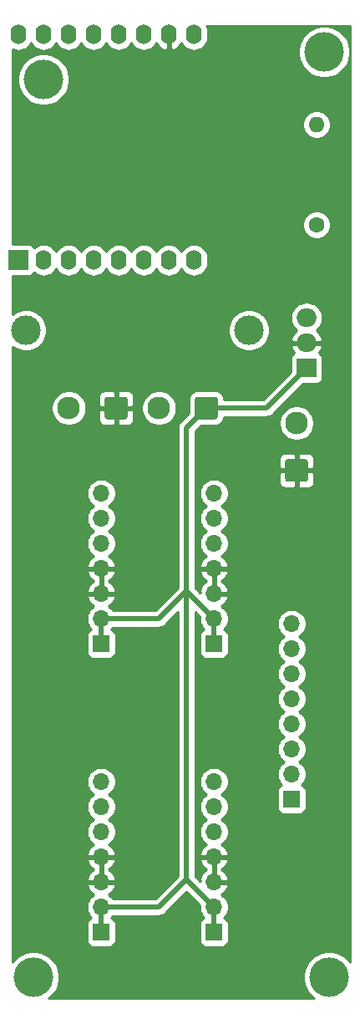
<source format=gtl>
%TF.GenerationSoftware,KiCad,Pcbnew,(5.1.10)-1*%
%TF.CreationDate,2021-07-28T16:14:29+02:00*%
%TF.ProjectId,LEDBeam,4c454442-6561-46d2-9e6b-696361645f70,rev?*%
%TF.SameCoordinates,Original*%
%TF.FileFunction,Copper,L1,Top*%
%TF.FilePolarity,Positive*%
%FSLAX46Y46*%
G04 Gerber Fmt 4.6, Leading zero omitted, Abs format (unit mm)*
G04 Created by KiCad (PCBNEW (5.1.10)-1) date 2021-07-28 16:14:29*
%MOMM*%
%LPD*%
G01*
G04 APERTURE LIST*
%TA.AperFunction,ComponentPad*%
%ADD10O,1.700000X1.700000*%
%TD*%
%TA.AperFunction,ComponentPad*%
%ADD11R,1.700000X1.700000*%
%TD*%
%TA.AperFunction,ComponentPad*%
%ADD12O,2.000000X1.905000*%
%TD*%
%TA.AperFunction,ComponentPad*%
%ADD13R,2.000000X1.905000*%
%TD*%
%TA.AperFunction,ComponentPad*%
%ADD14O,1.600000X1.600000*%
%TD*%
%TA.AperFunction,ComponentPad*%
%ADD15C,1.600000*%
%TD*%
%TA.AperFunction,ComponentPad*%
%ADD16O,1.600000X2.000000*%
%TD*%
%TA.AperFunction,ComponentPad*%
%ADD17R,2.000000X2.000000*%
%TD*%
%TA.AperFunction,ComponentPad*%
%ADD18C,2.300000*%
%TD*%
%TA.AperFunction,ComponentPad*%
%ADD19C,3.000000*%
%TD*%
%TA.AperFunction,ViaPad*%
%ADD20C,4.000000*%
%TD*%
%TA.AperFunction,ViaPad*%
%ADD21C,0.800000*%
%TD*%
%TA.AperFunction,Conductor*%
%ADD22C,0.500000*%
%TD*%
%TA.AperFunction,Conductor*%
%ADD23C,0.254000*%
%TD*%
%TA.AperFunction,Conductor*%
%ADD24C,0.100000*%
%TD*%
G04 APERTURE END LIST*
D10*
%TO.P,U6,7*%
%TO.N,W-*%
X31242000Y-98552000D03*
%TO.P,U6,6*%
%TO.N,W+*%
X31242000Y-101092000D03*
%TO.P,U6,5*%
%TO.N,W_PWM*%
X31242000Y-103632000D03*
%TO.P,U6,4*%
%TO.N,GND*%
X31242000Y-106172000D03*
%TO.P,U6,3*%
X31242000Y-108712000D03*
%TO.P,U6,2*%
%TO.N,+24V*%
X31242000Y-111252000D03*
D11*
%TO.P,U6,1*%
X31242000Y-113792000D03*
%TD*%
D10*
%TO.P,U5,7*%
%TO.N,B-*%
X19812000Y-98552000D03*
%TO.P,U5,6*%
%TO.N,B+*%
X19812000Y-101092000D03*
%TO.P,U5,5*%
%TO.N,B_PWM*%
X19812000Y-103632000D03*
%TO.P,U5,4*%
%TO.N,GND*%
X19812000Y-106172000D03*
%TO.P,U5,3*%
X19812000Y-108712000D03*
%TO.P,U5,2*%
%TO.N,+24V*%
X19812000Y-111252000D03*
D11*
%TO.P,U5,1*%
X19812000Y-113792000D03*
%TD*%
D10*
%TO.P,U3,7*%
%TO.N,G-*%
X19812000Y-127762000D03*
%TO.P,U3,6*%
%TO.N,G+*%
X19812000Y-130302000D03*
%TO.P,U3,5*%
%TO.N,G_PWM*%
X19812000Y-132842000D03*
%TO.P,U3,4*%
%TO.N,GND*%
X19812000Y-135382000D03*
%TO.P,U3,3*%
X19812000Y-137922000D03*
%TO.P,U3,2*%
%TO.N,+24V*%
X19812000Y-140462000D03*
D11*
%TO.P,U3,1*%
X19812000Y-143002000D03*
%TD*%
D10*
%TO.P,U2,7*%
%TO.N,R-*%
X31242000Y-127762000D03*
%TO.P,U2,6*%
%TO.N,R+*%
X31242000Y-130302000D03*
%TO.P,U2,5*%
%TO.N,R_PWM*%
X31242000Y-132842000D03*
%TO.P,U2,4*%
%TO.N,GND*%
X31242000Y-135382000D03*
%TO.P,U2,3*%
X31242000Y-137922000D03*
%TO.P,U2,2*%
%TO.N,+24V*%
X31242000Y-140462000D03*
D11*
%TO.P,U2,1*%
X31242000Y-143002000D03*
%TD*%
D12*
%TO.P,U4,3*%
%TO.N,+5V*%
X40640000Y-80772000D03*
%TO.P,U4,2*%
%TO.N,GND*%
X40640000Y-83312000D03*
D13*
%TO.P,U4,1*%
%TO.N,+24V*%
X40640000Y-85852000D03*
%TD*%
D14*
%TO.P,R1,2*%
%TO.N,+5V*%
X41656000Y-61214000D03*
D15*
%TO.P,R1,1*%
%TO.N,Net-(J3-Pad2)*%
X41656000Y-71374000D03*
%TD*%
D16*
%TO.P,U1,16*%
%TO.N,Net-(U1-Pad16)*%
X11430000Y-52070000D03*
%TO.P,U1,15*%
%TO.N,Net-(U1-Pad15)*%
X13970000Y-52070000D03*
%TO.P,U1,14*%
%TO.N,G_PWM*%
X16510000Y-52070000D03*
%TO.P,U1,13*%
%TO.N,R_PWM*%
X19050000Y-52070000D03*
%TO.P,U1,12*%
%TO.N,Net-(U1-Pad12)*%
X21590000Y-52070000D03*
%TO.P,U1,11*%
%TO.N,Net-(U1-Pad11)*%
X24130000Y-52070000D03*
%TO.P,U1,10*%
%TO.N,GND*%
X26670000Y-52070000D03*
%TO.P,U1,9*%
%TO.N,+5V*%
X29210000Y-52070000D03*
%TO.P,U1,8*%
%TO.N,Net-(U1-Pad8)*%
X29210000Y-74930000D03*
%TO.P,U1,7*%
%TO.N,Net-(U1-Pad7)*%
X26670000Y-74930000D03*
%TO.P,U1,6*%
%TO.N,Net-(U1-Pad6)*%
X24130000Y-74930000D03*
%TO.P,U1,5*%
%TO.N,W_PWM*%
X21590000Y-74930000D03*
%TO.P,U1,4*%
%TO.N,B_PWM*%
X19050000Y-74930000D03*
%TO.P,U1,3*%
%TO.N,Net-(U1-Pad3)*%
X16510000Y-74930000D03*
D17*
%TO.P,U1,1*%
%TO.N,Net-(U1-Pad1)*%
X11430000Y-74930000D03*
D16*
%TO.P,U1,2*%
%TO.N,Net-(U1-Pad2)*%
X13970000Y-74930000D03*
%TD*%
%TO.P,J3,1*%
%TO.N,GND*%
%TA.AperFunction,ComponentPad*%
G36*
G01*
X40524001Y-97390000D02*
X38723999Y-97390000D01*
G75*
G02*
X38474000Y-97140001I0J249999D01*
G01*
X38474000Y-95339999D01*
G75*
G02*
X38723999Y-95090000I249999J0D01*
G01*
X40524001Y-95090000D01*
G75*
G02*
X40774000Y-95339999I0J-249999D01*
G01*
X40774000Y-97140001D01*
G75*
G02*
X40524001Y-97390000I-249999J0D01*
G01*
G37*
%TD.AperFunction*%
D18*
%TO.P,J3,2*%
%TO.N,Net-(J3-Pad2)*%
X39624000Y-91440000D03*
%TD*%
%TO.P,J2,2*%
%TO.N,Net-(F1-Pad1)*%
X25680000Y-89916000D03*
%TO.P,J2,1*%
%TO.N,+24V*%
%TA.AperFunction,ComponentPad*%
G36*
G01*
X31630000Y-89015999D02*
X31630000Y-90816001D01*
G75*
G02*
X31380001Y-91066000I-249999J0D01*
G01*
X29579999Y-91066000D01*
G75*
G02*
X29330000Y-90816001I0J249999D01*
G01*
X29330000Y-89015999D01*
G75*
G02*
X29579999Y-88766000I249999J0D01*
G01*
X31380001Y-88766000D01*
G75*
G02*
X31630000Y-89015999I0J-249999D01*
G01*
G37*
%TD.AperFunction*%
%TD*%
%TO.P,J1,2*%
%TO.N,Net-(F1-Pad2)*%
X16536000Y-89916000D03*
%TO.P,J1,1*%
%TO.N,GND*%
%TA.AperFunction,ComponentPad*%
G36*
G01*
X22486000Y-89015999D02*
X22486000Y-90816001D01*
G75*
G02*
X22236001Y-91066000I-249999J0D01*
G01*
X20435999Y-91066000D01*
G75*
G02*
X20186000Y-90816001I0J249999D01*
G01*
X20186000Y-89015999D01*
G75*
G02*
X20435999Y-88766000I249999J0D01*
G01*
X22236001Y-88766000D01*
G75*
G02*
X22486000Y-89015999I0J-249999D01*
G01*
G37*
%TD.AperFunction*%
%TD*%
D19*
%TO.P,F1,2*%
%TO.N,Net-(F1-Pad2)*%
X12198000Y-82042000D03*
%TO.P,F1,1*%
%TO.N,Net-(F1-Pad1)*%
X34798000Y-82042000D03*
%TD*%
D10*
%TO.P,D1,8*%
%TO.N,W-*%
X39116000Y-111760000D03*
%TO.P,D1,7*%
%TO.N,W+*%
X39116000Y-114300000D03*
%TO.P,D1,6*%
%TO.N,B-*%
X39116000Y-116840000D03*
%TO.P,D1,5*%
%TO.N,B+*%
X39116000Y-119380000D03*
%TO.P,D1,4*%
%TO.N,G-*%
X39116000Y-121920000D03*
%TO.P,D1,3*%
%TO.N,G+*%
X39116000Y-124460000D03*
%TO.P,D1,2*%
%TO.N,R-*%
X39116000Y-127000000D03*
D11*
%TO.P,D1,1*%
%TO.N,R+*%
X39116000Y-129540000D03*
%TD*%
D20*
%TO.N,*%
X42418000Y-53848000D03*
X13970000Y-56642000D03*
X42926000Y-147574000D03*
X12954000Y-147574000D03*
D21*
%TO.N,GND*%
X26924000Y-66802000D03*
X34290000Y-94488000D03*
X13970000Y-65786000D03*
X15240000Y-79502000D03*
X41148000Y-75438000D03*
X26670000Y-79756000D03*
X13462000Y-101854000D03*
%TD*%
D22*
%TO.N,+24V*%
X30480000Y-89916000D02*
X28448000Y-91948000D01*
X28448000Y-108458000D02*
X31242000Y-111252000D01*
X28448000Y-91948000D02*
X28448000Y-108458000D01*
X25654000Y-111252000D02*
X19812000Y-111252000D01*
X28448000Y-108458000D02*
X25654000Y-111252000D01*
X28448000Y-137668000D02*
X31242000Y-140462000D01*
X28448000Y-108458000D02*
X28448000Y-137668000D01*
X25654000Y-140462000D02*
X19812000Y-140462000D01*
X28448000Y-137668000D02*
X25654000Y-140462000D01*
X31242000Y-140462000D02*
X31242000Y-143002000D01*
X19812000Y-140462000D02*
X19812000Y-143002000D01*
X19812000Y-111252000D02*
X19812000Y-113792000D01*
X31242000Y-111252000D02*
X31242000Y-113792000D01*
X36576000Y-89916000D02*
X40640000Y-85852000D01*
X30480000Y-89916000D02*
X36576000Y-89916000D01*
%TD*%
D23*
%TO.N,GND*%
X45060000Y-146024882D02*
X44972738Y-145894285D01*
X44605715Y-145527262D01*
X44174141Y-145238893D01*
X43694601Y-145040261D01*
X43185525Y-144939000D01*
X42666475Y-144939000D01*
X42157399Y-145040261D01*
X41677859Y-145238893D01*
X41246285Y-145527262D01*
X40879262Y-145894285D01*
X40590893Y-146325859D01*
X40392261Y-146805399D01*
X40291000Y-147314475D01*
X40291000Y-147833525D01*
X40392261Y-148342601D01*
X40590893Y-148822141D01*
X40879262Y-149253715D01*
X41246285Y-149620738D01*
X41376882Y-149708000D01*
X14503118Y-149708000D01*
X14633715Y-149620738D01*
X15000738Y-149253715D01*
X15289107Y-148822141D01*
X15487739Y-148342601D01*
X15589000Y-147833525D01*
X15589000Y-147314475D01*
X15487739Y-146805399D01*
X15289107Y-146325859D01*
X15000738Y-145894285D01*
X14633715Y-145527262D01*
X14202141Y-145238893D01*
X13722601Y-145040261D01*
X13213525Y-144939000D01*
X12694475Y-144939000D01*
X12185399Y-145040261D01*
X11705859Y-145238893D01*
X11274285Y-145527262D01*
X10907262Y-145894285D01*
X10820000Y-146024882D01*
X10820000Y-135738890D01*
X18370524Y-135738890D01*
X18415175Y-135886099D01*
X18540359Y-136148920D01*
X18714412Y-136382269D01*
X18930645Y-136577178D01*
X19056255Y-136652000D01*
X18930645Y-136726822D01*
X18714412Y-136921731D01*
X18540359Y-137155080D01*
X18415175Y-137417901D01*
X18370524Y-137565110D01*
X18491845Y-137795000D01*
X19685000Y-137795000D01*
X19685000Y-135509000D01*
X19939000Y-135509000D01*
X19939000Y-137795000D01*
X21132155Y-137795000D01*
X21253476Y-137565110D01*
X21208825Y-137417901D01*
X21083641Y-137155080D01*
X20909588Y-136921731D01*
X20693355Y-136726822D01*
X20567745Y-136652000D01*
X20693355Y-136577178D01*
X20909588Y-136382269D01*
X21083641Y-136148920D01*
X21208825Y-135886099D01*
X21253476Y-135738890D01*
X21132155Y-135509000D01*
X19939000Y-135509000D01*
X19685000Y-135509000D01*
X18491845Y-135509000D01*
X18370524Y-135738890D01*
X10820000Y-135738890D01*
X10820000Y-127615740D01*
X18327000Y-127615740D01*
X18327000Y-127908260D01*
X18384068Y-128195158D01*
X18496010Y-128465411D01*
X18658525Y-128708632D01*
X18865368Y-128915475D01*
X19039760Y-129032000D01*
X18865368Y-129148525D01*
X18658525Y-129355368D01*
X18496010Y-129598589D01*
X18384068Y-129868842D01*
X18327000Y-130155740D01*
X18327000Y-130448260D01*
X18384068Y-130735158D01*
X18496010Y-131005411D01*
X18658525Y-131248632D01*
X18865368Y-131455475D01*
X19039760Y-131572000D01*
X18865368Y-131688525D01*
X18658525Y-131895368D01*
X18496010Y-132138589D01*
X18384068Y-132408842D01*
X18327000Y-132695740D01*
X18327000Y-132988260D01*
X18384068Y-133275158D01*
X18496010Y-133545411D01*
X18658525Y-133788632D01*
X18865368Y-133995475D01*
X19047534Y-134117195D01*
X18930645Y-134186822D01*
X18714412Y-134381731D01*
X18540359Y-134615080D01*
X18415175Y-134877901D01*
X18370524Y-135025110D01*
X18491845Y-135255000D01*
X19685000Y-135255000D01*
X19685000Y-135235000D01*
X19939000Y-135235000D01*
X19939000Y-135255000D01*
X21132155Y-135255000D01*
X21253476Y-135025110D01*
X21208825Y-134877901D01*
X21083641Y-134615080D01*
X20909588Y-134381731D01*
X20693355Y-134186822D01*
X20576466Y-134117195D01*
X20758632Y-133995475D01*
X20965475Y-133788632D01*
X21127990Y-133545411D01*
X21239932Y-133275158D01*
X21297000Y-132988260D01*
X21297000Y-132695740D01*
X21239932Y-132408842D01*
X21127990Y-132138589D01*
X20965475Y-131895368D01*
X20758632Y-131688525D01*
X20584240Y-131572000D01*
X20758632Y-131455475D01*
X20965475Y-131248632D01*
X21127990Y-131005411D01*
X21239932Y-130735158D01*
X21297000Y-130448260D01*
X21297000Y-130155740D01*
X21239932Y-129868842D01*
X21127990Y-129598589D01*
X20965475Y-129355368D01*
X20758632Y-129148525D01*
X20584240Y-129032000D01*
X20758632Y-128915475D01*
X20965475Y-128708632D01*
X21127990Y-128465411D01*
X21239932Y-128195158D01*
X21297000Y-127908260D01*
X21297000Y-127615740D01*
X21239932Y-127328842D01*
X21127990Y-127058589D01*
X20965475Y-126815368D01*
X20758632Y-126608525D01*
X20515411Y-126446010D01*
X20245158Y-126334068D01*
X19958260Y-126277000D01*
X19665740Y-126277000D01*
X19378842Y-126334068D01*
X19108589Y-126446010D01*
X18865368Y-126608525D01*
X18658525Y-126815368D01*
X18496010Y-127058589D01*
X18384068Y-127328842D01*
X18327000Y-127615740D01*
X10820000Y-127615740D01*
X10820000Y-112942000D01*
X18323928Y-112942000D01*
X18323928Y-114642000D01*
X18336188Y-114766482D01*
X18372498Y-114886180D01*
X18431463Y-114996494D01*
X18510815Y-115093185D01*
X18607506Y-115172537D01*
X18717820Y-115231502D01*
X18837518Y-115267812D01*
X18962000Y-115280072D01*
X20662000Y-115280072D01*
X20786482Y-115267812D01*
X20906180Y-115231502D01*
X21016494Y-115172537D01*
X21113185Y-115093185D01*
X21192537Y-114996494D01*
X21251502Y-114886180D01*
X21287812Y-114766482D01*
X21300072Y-114642000D01*
X21300072Y-112942000D01*
X21287812Y-112817518D01*
X21251502Y-112697820D01*
X21192537Y-112587506D01*
X21113185Y-112490815D01*
X21016494Y-112411463D01*
X20906180Y-112352498D01*
X20833620Y-112330487D01*
X20965475Y-112198632D01*
X21006656Y-112137000D01*
X25610531Y-112137000D01*
X25654000Y-112141281D01*
X25697469Y-112137000D01*
X25697477Y-112137000D01*
X25827490Y-112124195D01*
X25994313Y-112073589D01*
X26148059Y-111991411D01*
X26282817Y-111880817D01*
X26310534Y-111847044D01*
X27563000Y-110594578D01*
X27563001Y-137301420D01*
X25287422Y-139577000D01*
X21006656Y-139577000D01*
X20965475Y-139515368D01*
X20758632Y-139308525D01*
X20576466Y-139186805D01*
X20693355Y-139117178D01*
X20909588Y-138922269D01*
X21083641Y-138688920D01*
X21208825Y-138426099D01*
X21253476Y-138278890D01*
X21132155Y-138049000D01*
X19939000Y-138049000D01*
X19939000Y-138069000D01*
X19685000Y-138069000D01*
X19685000Y-138049000D01*
X18491845Y-138049000D01*
X18370524Y-138278890D01*
X18415175Y-138426099D01*
X18540359Y-138688920D01*
X18714412Y-138922269D01*
X18930645Y-139117178D01*
X19047534Y-139186805D01*
X18865368Y-139308525D01*
X18658525Y-139515368D01*
X18496010Y-139758589D01*
X18384068Y-140028842D01*
X18327000Y-140315740D01*
X18327000Y-140608260D01*
X18384068Y-140895158D01*
X18496010Y-141165411D01*
X18658525Y-141408632D01*
X18790380Y-141540487D01*
X18717820Y-141562498D01*
X18607506Y-141621463D01*
X18510815Y-141700815D01*
X18431463Y-141797506D01*
X18372498Y-141907820D01*
X18336188Y-142027518D01*
X18323928Y-142152000D01*
X18323928Y-143852000D01*
X18336188Y-143976482D01*
X18372498Y-144096180D01*
X18431463Y-144206494D01*
X18510815Y-144303185D01*
X18607506Y-144382537D01*
X18717820Y-144441502D01*
X18837518Y-144477812D01*
X18962000Y-144490072D01*
X20662000Y-144490072D01*
X20786482Y-144477812D01*
X20906180Y-144441502D01*
X21016494Y-144382537D01*
X21113185Y-144303185D01*
X21192537Y-144206494D01*
X21251502Y-144096180D01*
X21287812Y-143976482D01*
X21300072Y-143852000D01*
X21300072Y-142152000D01*
X21287812Y-142027518D01*
X21251502Y-141907820D01*
X21192537Y-141797506D01*
X21113185Y-141700815D01*
X21016494Y-141621463D01*
X20906180Y-141562498D01*
X20833620Y-141540487D01*
X20965475Y-141408632D01*
X21006656Y-141347000D01*
X25610531Y-141347000D01*
X25654000Y-141351281D01*
X25697469Y-141347000D01*
X25697477Y-141347000D01*
X25827490Y-141334195D01*
X25994313Y-141283589D01*
X26148059Y-141201411D01*
X26282817Y-141090817D01*
X26310534Y-141057044D01*
X28448000Y-138919579D01*
X29771461Y-140243040D01*
X29757000Y-140315740D01*
X29757000Y-140608260D01*
X29814068Y-140895158D01*
X29926010Y-141165411D01*
X30088525Y-141408632D01*
X30220380Y-141540487D01*
X30147820Y-141562498D01*
X30037506Y-141621463D01*
X29940815Y-141700815D01*
X29861463Y-141797506D01*
X29802498Y-141907820D01*
X29766188Y-142027518D01*
X29753928Y-142152000D01*
X29753928Y-143852000D01*
X29766188Y-143976482D01*
X29802498Y-144096180D01*
X29861463Y-144206494D01*
X29940815Y-144303185D01*
X30037506Y-144382537D01*
X30147820Y-144441502D01*
X30267518Y-144477812D01*
X30392000Y-144490072D01*
X32092000Y-144490072D01*
X32216482Y-144477812D01*
X32336180Y-144441502D01*
X32446494Y-144382537D01*
X32543185Y-144303185D01*
X32622537Y-144206494D01*
X32681502Y-144096180D01*
X32717812Y-143976482D01*
X32730072Y-143852000D01*
X32730072Y-142152000D01*
X32717812Y-142027518D01*
X32681502Y-141907820D01*
X32622537Y-141797506D01*
X32543185Y-141700815D01*
X32446494Y-141621463D01*
X32336180Y-141562498D01*
X32263620Y-141540487D01*
X32395475Y-141408632D01*
X32557990Y-141165411D01*
X32669932Y-140895158D01*
X32727000Y-140608260D01*
X32727000Y-140315740D01*
X32669932Y-140028842D01*
X32557990Y-139758589D01*
X32395475Y-139515368D01*
X32188632Y-139308525D01*
X32006466Y-139186805D01*
X32123355Y-139117178D01*
X32339588Y-138922269D01*
X32513641Y-138688920D01*
X32638825Y-138426099D01*
X32683476Y-138278890D01*
X32562155Y-138049000D01*
X31369000Y-138049000D01*
X31369000Y-138069000D01*
X31115000Y-138069000D01*
X31115000Y-138049000D01*
X31095000Y-138049000D01*
X31095000Y-137795000D01*
X31115000Y-137795000D01*
X31115000Y-135509000D01*
X31369000Y-135509000D01*
X31369000Y-137795000D01*
X32562155Y-137795000D01*
X32683476Y-137565110D01*
X32638825Y-137417901D01*
X32513641Y-137155080D01*
X32339588Y-136921731D01*
X32123355Y-136726822D01*
X31997745Y-136652000D01*
X32123355Y-136577178D01*
X32339588Y-136382269D01*
X32513641Y-136148920D01*
X32638825Y-135886099D01*
X32683476Y-135738890D01*
X32562155Y-135509000D01*
X31369000Y-135509000D01*
X31115000Y-135509000D01*
X29921845Y-135509000D01*
X29800524Y-135738890D01*
X29845175Y-135886099D01*
X29970359Y-136148920D01*
X30144412Y-136382269D01*
X30360645Y-136577178D01*
X30486255Y-136652000D01*
X30360645Y-136726822D01*
X30144412Y-136921731D01*
X29970359Y-137155080D01*
X29845175Y-137417901D01*
X29800524Y-137565110D01*
X29921844Y-137794998D01*
X29826576Y-137794998D01*
X29333000Y-137301422D01*
X29333000Y-127615740D01*
X29757000Y-127615740D01*
X29757000Y-127908260D01*
X29814068Y-128195158D01*
X29926010Y-128465411D01*
X30088525Y-128708632D01*
X30295368Y-128915475D01*
X30469760Y-129032000D01*
X30295368Y-129148525D01*
X30088525Y-129355368D01*
X29926010Y-129598589D01*
X29814068Y-129868842D01*
X29757000Y-130155740D01*
X29757000Y-130448260D01*
X29814068Y-130735158D01*
X29926010Y-131005411D01*
X30088525Y-131248632D01*
X30295368Y-131455475D01*
X30469760Y-131572000D01*
X30295368Y-131688525D01*
X30088525Y-131895368D01*
X29926010Y-132138589D01*
X29814068Y-132408842D01*
X29757000Y-132695740D01*
X29757000Y-132988260D01*
X29814068Y-133275158D01*
X29926010Y-133545411D01*
X30088525Y-133788632D01*
X30295368Y-133995475D01*
X30477534Y-134117195D01*
X30360645Y-134186822D01*
X30144412Y-134381731D01*
X29970359Y-134615080D01*
X29845175Y-134877901D01*
X29800524Y-135025110D01*
X29921845Y-135255000D01*
X31115000Y-135255000D01*
X31115000Y-135235000D01*
X31369000Y-135235000D01*
X31369000Y-135255000D01*
X32562155Y-135255000D01*
X32683476Y-135025110D01*
X32638825Y-134877901D01*
X32513641Y-134615080D01*
X32339588Y-134381731D01*
X32123355Y-134186822D01*
X32006466Y-134117195D01*
X32188632Y-133995475D01*
X32395475Y-133788632D01*
X32557990Y-133545411D01*
X32669932Y-133275158D01*
X32727000Y-132988260D01*
X32727000Y-132695740D01*
X32669932Y-132408842D01*
X32557990Y-132138589D01*
X32395475Y-131895368D01*
X32188632Y-131688525D01*
X32014240Y-131572000D01*
X32188632Y-131455475D01*
X32395475Y-131248632D01*
X32557990Y-131005411D01*
X32669932Y-130735158D01*
X32727000Y-130448260D01*
X32727000Y-130155740D01*
X32669932Y-129868842D01*
X32557990Y-129598589D01*
X32395475Y-129355368D01*
X32188632Y-129148525D01*
X32014240Y-129032000D01*
X32188632Y-128915475D01*
X32395475Y-128708632D01*
X32407924Y-128690000D01*
X37627928Y-128690000D01*
X37627928Y-130390000D01*
X37640188Y-130514482D01*
X37676498Y-130634180D01*
X37735463Y-130744494D01*
X37814815Y-130841185D01*
X37911506Y-130920537D01*
X38021820Y-130979502D01*
X38141518Y-131015812D01*
X38266000Y-131028072D01*
X39966000Y-131028072D01*
X40090482Y-131015812D01*
X40210180Y-130979502D01*
X40320494Y-130920537D01*
X40417185Y-130841185D01*
X40496537Y-130744494D01*
X40555502Y-130634180D01*
X40591812Y-130514482D01*
X40604072Y-130390000D01*
X40604072Y-128690000D01*
X40591812Y-128565518D01*
X40555502Y-128445820D01*
X40496537Y-128335506D01*
X40417185Y-128238815D01*
X40320494Y-128159463D01*
X40210180Y-128100498D01*
X40137620Y-128078487D01*
X40269475Y-127946632D01*
X40431990Y-127703411D01*
X40543932Y-127433158D01*
X40601000Y-127146260D01*
X40601000Y-126853740D01*
X40543932Y-126566842D01*
X40431990Y-126296589D01*
X40269475Y-126053368D01*
X40062632Y-125846525D01*
X39888240Y-125730000D01*
X40062632Y-125613475D01*
X40269475Y-125406632D01*
X40431990Y-125163411D01*
X40543932Y-124893158D01*
X40601000Y-124606260D01*
X40601000Y-124313740D01*
X40543932Y-124026842D01*
X40431990Y-123756589D01*
X40269475Y-123513368D01*
X40062632Y-123306525D01*
X39888240Y-123190000D01*
X40062632Y-123073475D01*
X40269475Y-122866632D01*
X40431990Y-122623411D01*
X40543932Y-122353158D01*
X40601000Y-122066260D01*
X40601000Y-121773740D01*
X40543932Y-121486842D01*
X40431990Y-121216589D01*
X40269475Y-120973368D01*
X40062632Y-120766525D01*
X39888240Y-120650000D01*
X40062632Y-120533475D01*
X40269475Y-120326632D01*
X40431990Y-120083411D01*
X40543932Y-119813158D01*
X40601000Y-119526260D01*
X40601000Y-119233740D01*
X40543932Y-118946842D01*
X40431990Y-118676589D01*
X40269475Y-118433368D01*
X40062632Y-118226525D01*
X39888240Y-118110000D01*
X40062632Y-117993475D01*
X40269475Y-117786632D01*
X40431990Y-117543411D01*
X40543932Y-117273158D01*
X40601000Y-116986260D01*
X40601000Y-116693740D01*
X40543932Y-116406842D01*
X40431990Y-116136589D01*
X40269475Y-115893368D01*
X40062632Y-115686525D01*
X39888240Y-115570000D01*
X40062632Y-115453475D01*
X40269475Y-115246632D01*
X40431990Y-115003411D01*
X40543932Y-114733158D01*
X40601000Y-114446260D01*
X40601000Y-114153740D01*
X40543932Y-113866842D01*
X40431990Y-113596589D01*
X40269475Y-113353368D01*
X40062632Y-113146525D01*
X39888240Y-113030000D01*
X40062632Y-112913475D01*
X40269475Y-112706632D01*
X40431990Y-112463411D01*
X40543932Y-112193158D01*
X40601000Y-111906260D01*
X40601000Y-111613740D01*
X40543932Y-111326842D01*
X40431990Y-111056589D01*
X40269475Y-110813368D01*
X40062632Y-110606525D01*
X39819411Y-110444010D01*
X39549158Y-110332068D01*
X39262260Y-110275000D01*
X38969740Y-110275000D01*
X38682842Y-110332068D01*
X38412589Y-110444010D01*
X38169368Y-110606525D01*
X37962525Y-110813368D01*
X37800010Y-111056589D01*
X37688068Y-111326842D01*
X37631000Y-111613740D01*
X37631000Y-111906260D01*
X37688068Y-112193158D01*
X37800010Y-112463411D01*
X37962525Y-112706632D01*
X38169368Y-112913475D01*
X38343760Y-113030000D01*
X38169368Y-113146525D01*
X37962525Y-113353368D01*
X37800010Y-113596589D01*
X37688068Y-113866842D01*
X37631000Y-114153740D01*
X37631000Y-114446260D01*
X37688068Y-114733158D01*
X37800010Y-115003411D01*
X37962525Y-115246632D01*
X38169368Y-115453475D01*
X38343760Y-115570000D01*
X38169368Y-115686525D01*
X37962525Y-115893368D01*
X37800010Y-116136589D01*
X37688068Y-116406842D01*
X37631000Y-116693740D01*
X37631000Y-116986260D01*
X37688068Y-117273158D01*
X37800010Y-117543411D01*
X37962525Y-117786632D01*
X38169368Y-117993475D01*
X38343760Y-118110000D01*
X38169368Y-118226525D01*
X37962525Y-118433368D01*
X37800010Y-118676589D01*
X37688068Y-118946842D01*
X37631000Y-119233740D01*
X37631000Y-119526260D01*
X37688068Y-119813158D01*
X37800010Y-120083411D01*
X37962525Y-120326632D01*
X38169368Y-120533475D01*
X38343760Y-120650000D01*
X38169368Y-120766525D01*
X37962525Y-120973368D01*
X37800010Y-121216589D01*
X37688068Y-121486842D01*
X37631000Y-121773740D01*
X37631000Y-122066260D01*
X37688068Y-122353158D01*
X37800010Y-122623411D01*
X37962525Y-122866632D01*
X38169368Y-123073475D01*
X38343760Y-123190000D01*
X38169368Y-123306525D01*
X37962525Y-123513368D01*
X37800010Y-123756589D01*
X37688068Y-124026842D01*
X37631000Y-124313740D01*
X37631000Y-124606260D01*
X37688068Y-124893158D01*
X37800010Y-125163411D01*
X37962525Y-125406632D01*
X38169368Y-125613475D01*
X38343760Y-125730000D01*
X38169368Y-125846525D01*
X37962525Y-126053368D01*
X37800010Y-126296589D01*
X37688068Y-126566842D01*
X37631000Y-126853740D01*
X37631000Y-127146260D01*
X37688068Y-127433158D01*
X37800010Y-127703411D01*
X37962525Y-127946632D01*
X38094380Y-128078487D01*
X38021820Y-128100498D01*
X37911506Y-128159463D01*
X37814815Y-128238815D01*
X37735463Y-128335506D01*
X37676498Y-128445820D01*
X37640188Y-128565518D01*
X37627928Y-128690000D01*
X32407924Y-128690000D01*
X32557990Y-128465411D01*
X32669932Y-128195158D01*
X32727000Y-127908260D01*
X32727000Y-127615740D01*
X32669932Y-127328842D01*
X32557990Y-127058589D01*
X32395475Y-126815368D01*
X32188632Y-126608525D01*
X31945411Y-126446010D01*
X31675158Y-126334068D01*
X31388260Y-126277000D01*
X31095740Y-126277000D01*
X30808842Y-126334068D01*
X30538589Y-126446010D01*
X30295368Y-126608525D01*
X30088525Y-126815368D01*
X29926010Y-127058589D01*
X29814068Y-127328842D01*
X29757000Y-127615740D01*
X29333000Y-127615740D01*
X29333000Y-110594579D01*
X29771461Y-111033040D01*
X29757000Y-111105740D01*
X29757000Y-111398260D01*
X29814068Y-111685158D01*
X29926010Y-111955411D01*
X30088525Y-112198632D01*
X30220380Y-112330487D01*
X30147820Y-112352498D01*
X30037506Y-112411463D01*
X29940815Y-112490815D01*
X29861463Y-112587506D01*
X29802498Y-112697820D01*
X29766188Y-112817518D01*
X29753928Y-112942000D01*
X29753928Y-114642000D01*
X29766188Y-114766482D01*
X29802498Y-114886180D01*
X29861463Y-114996494D01*
X29940815Y-115093185D01*
X30037506Y-115172537D01*
X30147820Y-115231502D01*
X30267518Y-115267812D01*
X30392000Y-115280072D01*
X32092000Y-115280072D01*
X32216482Y-115267812D01*
X32336180Y-115231502D01*
X32446494Y-115172537D01*
X32543185Y-115093185D01*
X32622537Y-114996494D01*
X32681502Y-114886180D01*
X32717812Y-114766482D01*
X32730072Y-114642000D01*
X32730072Y-112942000D01*
X32717812Y-112817518D01*
X32681502Y-112697820D01*
X32622537Y-112587506D01*
X32543185Y-112490815D01*
X32446494Y-112411463D01*
X32336180Y-112352498D01*
X32263620Y-112330487D01*
X32395475Y-112198632D01*
X32557990Y-111955411D01*
X32669932Y-111685158D01*
X32727000Y-111398260D01*
X32727000Y-111105740D01*
X32669932Y-110818842D01*
X32557990Y-110548589D01*
X32395475Y-110305368D01*
X32188632Y-110098525D01*
X32006466Y-109976805D01*
X32123355Y-109907178D01*
X32339588Y-109712269D01*
X32513641Y-109478920D01*
X32638825Y-109216099D01*
X32683476Y-109068890D01*
X32562155Y-108839000D01*
X31369000Y-108839000D01*
X31369000Y-108859000D01*
X31115000Y-108859000D01*
X31115000Y-108839000D01*
X31095000Y-108839000D01*
X31095000Y-108585000D01*
X31115000Y-108585000D01*
X31115000Y-106299000D01*
X31369000Y-106299000D01*
X31369000Y-108585000D01*
X32562155Y-108585000D01*
X32683476Y-108355110D01*
X32638825Y-108207901D01*
X32513641Y-107945080D01*
X32339588Y-107711731D01*
X32123355Y-107516822D01*
X31997745Y-107442000D01*
X32123355Y-107367178D01*
X32339588Y-107172269D01*
X32513641Y-106938920D01*
X32638825Y-106676099D01*
X32683476Y-106528890D01*
X32562155Y-106299000D01*
X31369000Y-106299000D01*
X31115000Y-106299000D01*
X29921845Y-106299000D01*
X29800524Y-106528890D01*
X29845175Y-106676099D01*
X29970359Y-106938920D01*
X30144412Y-107172269D01*
X30360645Y-107367178D01*
X30486255Y-107442000D01*
X30360645Y-107516822D01*
X30144412Y-107711731D01*
X29970359Y-107945080D01*
X29845175Y-108207901D01*
X29800524Y-108355110D01*
X29921844Y-108584998D01*
X29826576Y-108584998D01*
X29333000Y-108091422D01*
X29333000Y-98405740D01*
X29757000Y-98405740D01*
X29757000Y-98698260D01*
X29814068Y-98985158D01*
X29926010Y-99255411D01*
X30088525Y-99498632D01*
X30295368Y-99705475D01*
X30469760Y-99822000D01*
X30295368Y-99938525D01*
X30088525Y-100145368D01*
X29926010Y-100388589D01*
X29814068Y-100658842D01*
X29757000Y-100945740D01*
X29757000Y-101238260D01*
X29814068Y-101525158D01*
X29926010Y-101795411D01*
X30088525Y-102038632D01*
X30295368Y-102245475D01*
X30469760Y-102362000D01*
X30295368Y-102478525D01*
X30088525Y-102685368D01*
X29926010Y-102928589D01*
X29814068Y-103198842D01*
X29757000Y-103485740D01*
X29757000Y-103778260D01*
X29814068Y-104065158D01*
X29926010Y-104335411D01*
X30088525Y-104578632D01*
X30295368Y-104785475D01*
X30477534Y-104907195D01*
X30360645Y-104976822D01*
X30144412Y-105171731D01*
X29970359Y-105405080D01*
X29845175Y-105667901D01*
X29800524Y-105815110D01*
X29921845Y-106045000D01*
X31115000Y-106045000D01*
X31115000Y-106025000D01*
X31369000Y-106025000D01*
X31369000Y-106045000D01*
X32562155Y-106045000D01*
X32683476Y-105815110D01*
X32638825Y-105667901D01*
X32513641Y-105405080D01*
X32339588Y-105171731D01*
X32123355Y-104976822D01*
X32006466Y-104907195D01*
X32188632Y-104785475D01*
X32395475Y-104578632D01*
X32557990Y-104335411D01*
X32669932Y-104065158D01*
X32727000Y-103778260D01*
X32727000Y-103485740D01*
X32669932Y-103198842D01*
X32557990Y-102928589D01*
X32395475Y-102685368D01*
X32188632Y-102478525D01*
X32014240Y-102362000D01*
X32188632Y-102245475D01*
X32395475Y-102038632D01*
X32557990Y-101795411D01*
X32669932Y-101525158D01*
X32727000Y-101238260D01*
X32727000Y-100945740D01*
X32669932Y-100658842D01*
X32557990Y-100388589D01*
X32395475Y-100145368D01*
X32188632Y-99938525D01*
X32014240Y-99822000D01*
X32188632Y-99705475D01*
X32395475Y-99498632D01*
X32557990Y-99255411D01*
X32669932Y-98985158D01*
X32727000Y-98698260D01*
X32727000Y-98405740D01*
X32669932Y-98118842D01*
X32557990Y-97848589D01*
X32395475Y-97605368D01*
X32188632Y-97398525D01*
X32175874Y-97390000D01*
X37835928Y-97390000D01*
X37848188Y-97514482D01*
X37884498Y-97634180D01*
X37943463Y-97744494D01*
X38022815Y-97841185D01*
X38119506Y-97920537D01*
X38229820Y-97979502D01*
X38349518Y-98015812D01*
X38474000Y-98028072D01*
X39338250Y-98025000D01*
X39497000Y-97866250D01*
X39497000Y-96367000D01*
X39751000Y-96367000D01*
X39751000Y-97866250D01*
X39909750Y-98025000D01*
X40774000Y-98028072D01*
X40898482Y-98015812D01*
X41018180Y-97979502D01*
X41128494Y-97920537D01*
X41225185Y-97841185D01*
X41304537Y-97744494D01*
X41363502Y-97634180D01*
X41399812Y-97514482D01*
X41412072Y-97390000D01*
X41409000Y-96525750D01*
X41250250Y-96367000D01*
X39751000Y-96367000D01*
X39497000Y-96367000D01*
X37997750Y-96367000D01*
X37839000Y-96525750D01*
X37835928Y-97390000D01*
X32175874Y-97390000D01*
X31945411Y-97236010D01*
X31675158Y-97124068D01*
X31388260Y-97067000D01*
X31095740Y-97067000D01*
X30808842Y-97124068D01*
X30538589Y-97236010D01*
X30295368Y-97398525D01*
X30088525Y-97605368D01*
X29926010Y-97848589D01*
X29814068Y-98118842D01*
X29757000Y-98405740D01*
X29333000Y-98405740D01*
X29333000Y-95090000D01*
X37835928Y-95090000D01*
X37839000Y-95954250D01*
X37997750Y-96113000D01*
X39497000Y-96113000D01*
X39497000Y-94613750D01*
X39751000Y-94613750D01*
X39751000Y-96113000D01*
X41250250Y-96113000D01*
X41409000Y-95954250D01*
X41412072Y-95090000D01*
X41399812Y-94965518D01*
X41363502Y-94845820D01*
X41304537Y-94735506D01*
X41225185Y-94638815D01*
X41128494Y-94559463D01*
X41018180Y-94500498D01*
X40898482Y-94464188D01*
X40774000Y-94451928D01*
X39909750Y-94455000D01*
X39751000Y-94613750D01*
X39497000Y-94613750D01*
X39338250Y-94455000D01*
X38474000Y-94451928D01*
X38349518Y-94464188D01*
X38229820Y-94500498D01*
X38119506Y-94559463D01*
X38022815Y-94638815D01*
X37943463Y-94735506D01*
X37884498Y-94845820D01*
X37848188Y-94965518D01*
X37835928Y-95090000D01*
X29333000Y-95090000D01*
X29333000Y-92314578D01*
X29943506Y-91704072D01*
X31380001Y-91704072D01*
X31553255Y-91687008D01*
X31719851Y-91636472D01*
X31873387Y-91554405D01*
X32007962Y-91443962D01*
X32118405Y-91309387D01*
X32142561Y-91264193D01*
X37839000Y-91264193D01*
X37839000Y-91615807D01*
X37907596Y-91960665D01*
X38042153Y-92285515D01*
X38237500Y-92577871D01*
X38486129Y-92826500D01*
X38778485Y-93021847D01*
X39103335Y-93156404D01*
X39448193Y-93225000D01*
X39799807Y-93225000D01*
X40144665Y-93156404D01*
X40469515Y-93021847D01*
X40761871Y-92826500D01*
X41010500Y-92577871D01*
X41205847Y-92285515D01*
X41340404Y-91960665D01*
X41409000Y-91615807D01*
X41409000Y-91264193D01*
X41340404Y-90919335D01*
X41205847Y-90594485D01*
X41010500Y-90302129D01*
X40761871Y-90053500D01*
X40469515Y-89858153D01*
X40144665Y-89723596D01*
X39799807Y-89655000D01*
X39448193Y-89655000D01*
X39103335Y-89723596D01*
X38778485Y-89858153D01*
X38486129Y-90053500D01*
X38237500Y-90302129D01*
X38042153Y-90594485D01*
X37907596Y-90919335D01*
X37839000Y-91264193D01*
X32142561Y-91264193D01*
X32200472Y-91155851D01*
X32251008Y-90989255D01*
X32268072Y-90816001D01*
X32268072Y-90801000D01*
X36532531Y-90801000D01*
X36576000Y-90805281D01*
X36619469Y-90801000D01*
X36619477Y-90801000D01*
X36749490Y-90788195D01*
X36916313Y-90737589D01*
X37070059Y-90655411D01*
X37204817Y-90544817D01*
X37232534Y-90511044D01*
X40301007Y-87442572D01*
X41640000Y-87442572D01*
X41764482Y-87430312D01*
X41884180Y-87394002D01*
X41994494Y-87335037D01*
X42091185Y-87255685D01*
X42170537Y-87158994D01*
X42229502Y-87048680D01*
X42265812Y-86928982D01*
X42278072Y-86804500D01*
X42278072Y-84899500D01*
X42265812Y-84775018D01*
X42229502Y-84655320D01*
X42170537Y-84545006D01*
X42091185Y-84448315D01*
X41994494Y-84368963D01*
X41902781Y-84319941D01*
X42015969Y-84178923D01*
X42159571Y-83903094D01*
X42230563Y-83684980D01*
X42110594Y-83439000D01*
X40767000Y-83439000D01*
X40767000Y-83459000D01*
X40513000Y-83459000D01*
X40513000Y-83439000D01*
X39169406Y-83439000D01*
X39049437Y-83684980D01*
X39120429Y-83903094D01*
X39264031Y-84178923D01*
X39377219Y-84319941D01*
X39285506Y-84368963D01*
X39188815Y-84448315D01*
X39109463Y-84545006D01*
X39050498Y-84655320D01*
X39014188Y-84775018D01*
X39001928Y-84899500D01*
X39001928Y-86238493D01*
X36209422Y-89031000D01*
X32268072Y-89031000D01*
X32268072Y-89015999D01*
X32251008Y-88842745D01*
X32200472Y-88676149D01*
X32118405Y-88522613D01*
X32007962Y-88388038D01*
X31873387Y-88277595D01*
X31719851Y-88195528D01*
X31553255Y-88144992D01*
X31380001Y-88127928D01*
X29579999Y-88127928D01*
X29406745Y-88144992D01*
X29240149Y-88195528D01*
X29086613Y-88277595D01*
X28952038Y-88388038D01*
X28841595Y-88522613D01*
X28759528Y-88676149D01*
X28708992Y-88842745D01*
X28691928Y-89015999D01*
X28691928Y-90452494D01*
X27852956Y-91291466D01*
X27819183Y-91319183D01*
X27708589Y-91453942D01*
X27626411Y-91607688D01*
X27575805Y-91774511D01*
X27563000Y-91904524D01*
X27563000Y-91904531D01*
X27558719Y-91948000D01*
X27563000Y-91991469D01*
X27563001Y-108091420D01*
X25287422Y-110367000D01*
X21006656Y-110367000D01*
X20965475Y-110305368D01*
X20758632Y-110098525D01*
X20576466Y-109976805D01*
X20693355Y-109907178D01*
X20909588Y-109712269D01*
X21083641Y-109478920D01*
X21208825Y-109216099D01*
X21253476Y-109068890D01*
X21132155Y-108839000D01*
X19939000Y-108839000D01*
X19939000Y-108859000D01*
X19685000Y-108859000D01*
X19685000Y-108839000D01*
X18491845Y-108839000D01*
X18370524Y-109068890D01*
X18415175Y-109216099D01*
X18540359Y-109478920D01*
X18714412Y-109712269D01*
X18930645Y-109907178D01*
X19047534Y-109976805D01*
X18865368Y-110098525D01*
X18658525Y-110305368D01*
X18496010Y-110548589D01*
X18384068Y-110818842D01*
X18327000Y-111105740D01*
X18327000Y-111398260D01*
X18384068Y-111685158D01*
X18496010Y-111955411D01*
X18658525Y-112198632D01*
X18790380Y-112330487D01*
X18717820Y-112352498D01*
X18607506Y-112411463D01*
X18510815Y-112490815D01*
X18431463Y-112587506D01*
X18372498Y-112697820D01*
X18336188Y-112817518D01*
X18323928Y-112942000D01*
X10820000Y-112942000D01*
X10820000Y-106528890D01*
X18370524Y-106528890D01*
X18415175Y-106676099D01*
X18540359Y-106938920D01*
X18714412Y-107172269D01*
X18930645Y-107367178D01*
X19056255Y-107442000D01*
X18930645Y-107516822D01*
X18714412Y-107711731D01*
X18540359Y-107945080D01*
X18415175Y-108207901D01*
X18370524Y-108355110D01*
X18491845Y-108585000D01*
X19685000Y-108585000D01*
X19685000Y-106299000D01*
X19939000Y-106299000D01*
X19939000Y-108585000D01*
X21132155Y-108585000D01*
X21253476Y-108355110D01*
X21208825Y-108207901D01*
X21083641Y-107945080D01*
X20909588Y-107711731D01*
X20693355Y-107516822D01*
X20567745Y-107442000D01*
X20693355Y-107367178D01*
X20909588Y-107172269D01*
X21083641Y-106938920D01*
X21208825Y-106676099D01*
X21253476Y-106528890D01*
X21132155Y-106299000D01*
X19939000Y-106299000D01*
X19685000Y-106299000D01*
X18491845Y-106299000D01*
X18370524Y-106528890D01*
X10820000Y-106528890D01*
X10820000Y-98405740D01*
X18327000Y-98405740D01*
X18327000Y-98698260D01*
X18384068Y-98985158D01*
X18496010Y-99255411D01*
X18658525Y-99498632D01*
X18865368Y-99705475D01*
X19039760Y-99822000D01*
X18865368Y-99938525D01*
X18658525Y-100145368D01*
X18496010Y-100388589D01*
X18384068Y-100658842D01*
X18327000Y-100945740D01*
X18327000Y-101238260D01*
X18384068Y-101525158D01*
X18496010Y-101795411D01*
X18658525Y-102038632D01*
X18865368Y-102245475D01*
X19039760Y-102362000D01*
X18865368Y-102478525D01*
X18658525Y-102685368D01*
X18496010Y-102928589D01*
X18384068Y-103198842D01*
X18327000Y-103485740D01*
X18327000Y-103778260D01*
X18384068Y-104065158D01*
X18496010Y-104335411D01*
X18658525Y-104578632D01*
X18865368Y-104785475D01*
X19047534Y-104907195D01*
X18930645Y-104976822D01*
X18714412Y-105171731D01*
X18540359Y-105405080D01*
X18415175Y-105667901D01*
X18370524Y-105815110D01*
X18491845Y-106045000D01*
X19685000Y-106045000D01*
X19685000Y-106025000D01*
X19939000Y-106025000D01*
X19939000Y-106045000D01*
X21132155Y-106045000D01*
X21253476Y-105815110D01*
X21208825Y-105667901D01*
X21083641Y-105405080D01*
X20909588Y-105171731D01*
X20693355Y-104976822D01*
X20576466Y-104907195D01*
X20758632Y-104785475D01*
X20965475Y-104578632D01*
X21127990Y-104335411D01*
X21239932Y-104065158D01*
X21297000Y-103778260D01*
X21297000Y-103485740D01*
X21239932Y-103198842D01*
X21127990Y-102928589D01*
X20965475Y-102685368D01*
X20758632Y-102478525D01*
X20584240Y-102362000D01*
X20758632Y-102245475D01*
X20965475Y-102038632D01*
X21127990Y-101795411D01*
X21239932Y-101525158D01*
X21297000Y-101238260D01*
X21297000Y-100945740D01*
X21239932Y-100658842D01*
X21127990Y-100388589D01*
X20965475Y-100145368D01*
X20758632Y-99938525D01*
X20584240Y-99822000D01*
X20758632Y-99705475D01*
X20965475Y-99498632D01*
X21127990Y-99255411D01*
X21239932Y-98985158D01*
X21297000Y-98698260D01*
X21297000Y-98405740D01*
X21239932Y-98118842D01*
X21127990Y-97848589D01*
X20965475Y-97605368D01*
X20758632Y-97398525D01*
X20515411Y-97236010D01*
X20245158Y-97124068D01*
X19958260Y-97067000D01*
X19665740Y-97067000D01*
X19378842Y-97124068D01*
X19108589Y-97236010D01*
X18865368Y-97398525D01*
X18658525Y-97605368D01*
X18496010Y-97848589D01*
X18384068Y-98118842D01*
X18327000Y-98405740D01*
X10820000Y-98405740D01*
X10820000Y-89740193D01*
X14751000Y-89740193D01*
X14751000Y-90091807D01*
X14819596Y-90436665D01*
X14954153Y-90761515D01*
X15149500Y-91053871D01*
X15398129Y-91302500D01*
X15690485Y-91497847D01*
X16015335Y-91632404D01*
X16360193Y-91701000D01*
X16711807Y-91701000D01*
X17056665Y-91632404D01*
X17381515Y-91497847D01*
X17673871Y-91302500D01*
X17910371Y-91066000D01*
X19547928Y-91066000D01*
X19560188Y-91190482D01*
X19596498Y-91310180D01*
X19655463Y-91420494D01*
X19734815Y-91517185D01*
X19831506Y-91596537D01*
X19941820Y-91655502D01*
X20061518Y-91691812D01*
X20186000Y-91704072D01*
X21050250Y-91701000D01*
X21209000Y-91542250D01*
X21209000Y-90043000D01*
X21463000Y-90043000D01*
X21463000Y-91542250D01*
X21621750Y-91701000D01*
X22486000Y-91704072D01*
X22610482Y-91691812D01*
X22730180Y-91655502D01*
X22840494Y-91596537D01*
X22937185Y-91517185D01*
X23016537Y-91420494D01*
X23075502Y-91310180D01*
X23111812Y-91190482D01*
X23124072Y-91066000D01*
X23121000Y-90201750D01*
X22962250Y-90043000D01*
X21463000Y-90043000D01*
X21209000Y-90043000D01*
X19709750Y-90043000D01*
X19551000Y-90201750D01*
X19547928Y-91066000D01*
X17910371Y-91066000D01*
X17922500Y-91053871D01*
X18117847Y-90761515D01*
X18252404Y-90436665D01*
X18321000Y-90091807D01*
X18321000Y-89740193D01*
X18252404Y-89395335D01*
X18117847Y-89070485D01*
X17922500Y-88778129D01*
X17910371Y-88766000D01*
X19547928Y-88766000D01*
X19551000Y-89630250D01*
X19709750Y-89789000D01*
X21209000Y-89789000D01*
X21209000Y-88289750D01*
X21463000Y-88289750D01*
X21463000Y-89789000D01*
X22962250Y-89789000D01*
X23011057Y-89740193D01*
X23895000Y-89740193D01*
X23895000Y-90091807D01*
X23963596Y-90436665D01*
X24098153Y-90761515D01*
X24293500Y-91053871D01*
X24542129Y-91302500D01*
X24834485Y-91497847D01*
X25159335Y-91632404D01*
X25504193Y-91701000D01*
X25855807Y-91701000D01*
X26200665Y-91632404D01*
X26525515Y-91497847D01*
X26817871Y-91302500D01*
X27066500Y-91053871D01*
X27261847Y-90761515D01*
X27396404Y-90436665D01*
X27465000Y-90091807D01*
X27465000Y-89740193D01*
X27396404Y-89395335D01*
X27261847Y-89070485D01*
X27066500Y-88778129D01*
X26817871Y-88529500D01*
X26525515Y-88334153D01*
X26200665Y-88199596D01*
X25855807Y-88131000D01*
X25504193Y-88131000D01*
X25159335Y-88199596D01*
X24834485Y-88334153D01*
X24542129Y-88529500D01*
X24293500Y-88778129D01*
X24098153Y-89070485D01*
X23963596Y-89395335D01*
X23895000Y-89740193D01*
X23011057Y-89740193D01*
X23121000Y-89630250D01*
X23124072Y-88766000D01*
X23111812Y-88641518D01*
X23075502Y-88521820D01*
X23016537Y-88411506D01*
X22937185Y-88314815D01*
X22840494Y-88235463D01*
X22730180Y-88176498D01*
X22610482Y-88140188D01*
X22486000Y-88127928D01*
X21621750Y-88131000D01*
X21463000Y-88289750D01*
X21209000Y-88289750D01*
X21050250Y-88131000D01*
X20186000Y-88127928D01*
X20061518Y-88140188D01*
X19941820Y-88176498D01*
X19831506Y-88235463D01*
X19734815Y-88314815D01*
X19655463Y-88411506D01*
X19596498Y-88521820D01*
X19560188Y-88641518D01*
X19547928Y-88766000D01*
X17910371Y-88766000D01*
X17673871Y-88529500D01*
X17381515Y-88334153D01*
X17056665Y-88199596D01*
X16711807Y-88131000D01*
X16360193Y-88131000D01*
X16015335Y-88199596D01*
X15690485Y-88334153D01*
X15398129Y-88529500D01*
X15149500Y-88778129D01*
X14954153Y-89070485D01*
X14819596Y-89395335D01*
X14751000Y-89740193D01*
X10820000Y-89740193D01*
X10820000Y-83683346D01*
X10837017Y-83700363D01*
X11186698Y-83934012D01*
X11575244Y-84094953D01*
X11987721Y-84177000D01*
X12408279Y-84177000D01*
X12820756Y-84094953D01*
X13209302Y-83934012D01*
X13558983Y-83700363D01*
X13856363Y-83402983D01*
X14090012Y-83053302D01*
X14250953Y-82664756D01*
X14333000Y-82252279D01*
X14333000Y-81831721D01*
X32663000Y-81831721D01*
X32663000Y-82252279D01*
X32745047Y-82664756D01*
X32905988Y-83053302D01*
X33139637Y-83402983D01*
X33437017Y-83700363D01*
X33786698Y-83934012D01*
X34175244Y-84094953D01*
X34587721Y-84177000D01*
X35008279Y-84177000D01*
X35420756Y-84094953D01*
X35809302Y-83934012D01*
X36158983Y-83700363D01*
X36456363Y-83402983D01*
X36690012Y-83053302D01*
X36850953Y-82664756D01*
X36933000Y-82252279D01*
X36933000Y-81831721D01*
X36850953Y-81419244D01*
X36690012Y-81030698D01*
X36517156Y-80772000D01*
X38997319Y-80772000D01*
X39027970Y-81083204D01*
X39118745Y-81382449D01*
X39266155Y-81658235D01*
X39464537Y-81899963D01*
X39643899Y-82047163D01*
X39458685Y-82202563D01*
X39264031Y-82445077D01*
X39120429Y-82720906D01*
X39049437Y-82939020D01*
X39169406Y-83185000D01*
X40513000Y-83185000D01*
X40513000Y-83165000D01*
X40767000Y-83165000D01*
X40767000Y-83185000D01*
X42110594Y-83185000D01*
X42230563Y-82939020D01*
X42159571Y-82720906D01*
X42015969Y-82445077D01*
X41821315Y-82202563D01*
X41636101Y-82047163D01*
X41815463Y-81899963D01*
X42013845Y-81658235D01*
X42161255Y-81382449D01*
X42252030Y-81083204D01*
X42282681Y-80772000D01*
X42252030Y-80460796D01*
X42161255Y-80161551D01*
X42013845Y-79885765D01*
X41815463Y-79644037D01*
X41573735Y-79445655D01*
X41297949Y-79298245D01*
X40998704Y-79207470D01*
X40765486Y-79184500D01*
X40514514Y-79184500D01*
X40281296Y-79207470D01*
X39982051Y-79298245D01*
X39706265Y-79445655D01*
X39464537Y-79644037D01*
X39266155Y-79885765D01*
X39118745Y-80161551D01*
X39027970Y-80460796D01*
X38997319Y-80772000D01*
X36517156Y-80772000D01*
X36456363Y-80681017D01*
X36158983Y-80383637D01*
X35809302Y-80149988D01*
X35420756Y-79989047D01*
X35008279Y-79907000D01*
X34587721Y-79907000D01*
X34175244Y-79989047D01*
X33786698Y-80149988D01*
X33437017Y-80383637D01*
X33139637Y-80681017D01*
X32905988Y-81030698D01*
X32745047Y-81419244D01*
X32663000Y-81831721D01*
X14333000Y-81831721D01*
X14250953Y-81419244D01*
X14090012Y-81030698D01*
X13856363Y-80681017D01*
X13558983Y-80383637D01*
X13209302Y-80149988D01*
X12820756Y-79989047D01*
X12408279Y-79907000D01*
X11987721Y-79907000D01*
X11575244Y-79989047D01*
X11186698Y-80149988D01*
X10837017Y-80383637D01*
X10820000Y-80400654D01*
X10820000Y-76568072D01*
X12430000Y-76568072D01*
X12554482Y-76555812D01*
X12674180Y-76519502D01*
X12784494Y-76460537D01*
X12881185Y-76381185D01*
X12960537Y-76284494D01*
X13007559Y-76196523D01*
X13168900Y-76328932D01*
X13418193Y-76462182D01*
X13688692Y-76544236D01*
X13970000Y-76571943D01*
X14251309Y-76544236D01*
X14521808Y-76462182D01*
X14771101Y-76328932D01*
X14989608Y-76149608D01*
X15168932Y-75931101D01*
X15240000Y-75798142D01*
X15311068Y-75931101D01*
X15490393Y-76149608D01*
X15708900Y-76328932D01*
X15958193Y-76462182D01*
X16228692Y-76544236D01*
X16510000Y-76571943D01*
X16791309Y-76544236D01*
X17061808Y-76462182D01*
X17311101Y-76328932D01*
X17529608Y-76149608D01*
X17708932Y-75931101D01*
X17780000Y-75798142D01*
X17851068Y-75931101D01*
X18030393Y-76149608D01*
X18248900Y-76328932D01*
X18498193Y-76462182D01*
X18768692Y-76544236D01*
X19050000Y-76571943D01*
X19331309Y-76544236D01*
X19601808Y-76462182D01*
X19851101Y-76328932D01*
X20069608Y-76149608D01*
X20248932Y-75931101D01*
X20320000Y-75798142D01*
X20391068Y-75931101D01*
X20570393Y-76149608D01*
X20788900Y-76328932D01*
X21038193Y-76462182D01*
X21308692Y-76544236D01*
X21590000Y-76571943D01*
X21871309Y-76544236D01*
X22141808Y-76462182D01*
X22391101Y-76328932D01*
X22609608Y-76149608D01*
X22788932Y-75931101D01*
X22860000Y-75798142D01*
X22931068Y-75931101D01*
X23110393Y-76149608D01*
X23328900Y-76328932D01*
X23578193Y-76462182D01*
X23848692Y-76544236D01*
X24130000Y-76571943D01*
X24411309Y-76544236D01*
X24681808Y-76462182D01*
X24931101Y-76328932D01*
X25149608Y-76149608D01*
X25328932Y-75931101D01*
X25400000Y-75798142D01*
X25471068Y-75931101D01*
X25650393Y-76149608D01*
X25868900Y-76328932D01*
X26118193Y-76462182D01*
X26388692Y-76544236D01*
X26670000Y-76571943D01*
X26951309Y-76544236D01*
X27221808Y-76462182D01*
X27471101Y-76328932D01*
X27689608Y-76149608D01*
X27868932Y-75931101D01*
X27940000Y-75798142D01*
X28011068Y-75931101D01*
X28190393Y-76149608D01*
X28408900Y-76328932D01*
X28658193Y-76462182D01*
X28928692Y-76544236D01*
X29210000Y-76571943D01*
X29491309Y-76544236D01*
X29761808Y-76462182D01*
X30011101Y-76328932D01*
X30229608Y-76149608D01*
X30408932Y-75931101D01*
X30542182Y-75681807D01*
X30624236Y-75411308D01*
X30645000Y-75200491D01*
X30645000Y-74659508D01*
X30624236Y-74448691D01*
X30542182Y-74178192D01*
X30408932Y-73928899D01*
X30229607Y-73710392D01*
X30011100Y-73531068D01*
X29761807Y-73397818D01*
X29491308Y-73315764D01*
X29210000Y-73288057D01*
X28928691Y-73315764D01*
X28658192Y-73397818D01*
X28408899Y-73531068D01*
X28190392Y-73710393D01*
X28011068Y-73928900D01*
X27940000Y-74061858D01*
X27868932Y-73928899D01*
X27689607Y-73710392D01*
X27471100Y-73531068D01*
X27221807Y-73397818D01*
X26951308Y-73315764D01*
X26670000Y-73288057D01*
X26388691Y-73315764D01*
X26118192Y-73397818D01*
X25868899Y-73531068D01*
X25650392Y-73710393D01*
X25471068Y-73928900D01*
X25400000Y-74061858D01*
X25328932Y-73928899D01*
X25149607Y-73710392D01*
X24931100Y-73531068D01*
X24681807Y-73397818D01*
X24411308Y-73315764D01*
X24130000Y-73288057D01*
X23848691Y-73315764D01*
X23578192Y-73397818D01*
X23328899Y-73531068D01*
X23110392Y-73710393D01*
X22931068Y-73928900D01*
X22860000Y-74061858D01*
X22788932Y-73928899D01*
X22609607Y-73710392D01*
X22391100Y-73531068D01*
X22141807Y-73397818D01*
X21871308Y-73315764D01*
X21590000Y-73288057D01*
X21308691Y-73315764D01*
X21038192Y-73397818D01*
X20788899Y-73531068D01*
X20570392Y-73710393D01*
X20391068Y-73928900D01*
X20320000Y-74061858D01*
X20248932Y-73928899D01*
X20069607Y-73710392D01*
X19851100Y-73531068D01*
X19601807Y-73397818D01*
X19331308Y-73315764D01*
X19050000Y-73288057D01*
X18768691Y-73315764D01*
X18498192Y-73397818D01*
X18248899Y-73531068D01*
X18030392Y-73710393D01*
X17851068Y-73928900D01*
X17780000Y-74061858D01*
X17708932Y-73928899D01*
X17529607Y-73710392D01*
X17311100Y-73531068D01*
X17061807Y-73397818D01*
X16791308Y-73315764D01*
X16510000Y-73288057D01*
X16228691Y-73315764D01*
X15958192Y-73397818D01*
X15708899Y-73531068D01*
X15490392Y-73710393D01*
X15311068Y-73928900D01*
X15240000Y-74061858D01*
X15168932Y-73928899D01*
X14989607Y-73710392D01*
X14771100Y-73531068D01*
X14521807Y-73397818D01*
X14251308Y-73315764D01*
X13970000Y-73288057D01*
X13688691Y-73315764D01*
X13418192Y-73397818D01*
X13168899Y-73531068D01*
X13007559Y-73663477D01*
X12960537Y-73575506D01*
X12881185Y-73478815D01*
X12784494Y-73399463D01*
X12674180Y-73340498D01*
X12554482Y-73304188D01*
X12430000Y-73291928D01*
X10820000Y-73291928D01*
X10820000Y-71232665D01*
X40221000Y-71232665D01*
X40221000Y-71515335D01*
X40276147Y-71792574D01*
X40384320Y-72053727D01*
X40541363Y-72288759D01*
X40741241Y-72488637D01*
X40976273Y-72645680D01*
X41237426Y-72753853D01*
X41514665Y-72809000D01*
X41797335Y-72809000D01*
X42074574Y-72753853D01*
X42335727Y-72645680D01*
X42570759Y-72488637D01*
X42770637Y-72288759D01*
X42927680Y-72053727D01*
X43035853Y-71792574D01*
X43091000Y-71515335D01*
X43091000Y-71232665D01*
X43035853Y-70955426D01*
X42927680Y-70694273D01*
X42770637Y-70459241D01*
X42570759Y-70259363D01*
X42335727Y-70102320D01*
X42074574Y-69994147D01*
X41797335Y-69939000D01*
X41514665Y-69939000D01*
X41237426Y-69994147D01*
X40976273Y-70102320D01*
X40741241Y-70259363D01*
X40541363Y-70459241D01*
X40384320Y-70694273D01*
X40276147Y-70955426D01*
X40221000Y-71232665D01*
X10820000Y-71232665D01*
X10820000Y-61072665D01*
X40221000Y-61072665D01*
X40221000Y-61355335D01*
X40276147Y-61632574D01*
X40384320Y-61893727D01*
X40541363Y-62128759D01*
X40741241Y-62328637D01*
X40976273Y-62485680D01*
X41237426Y-62593853D01*
X41514665Y-62649000D01*
X41797335Y-62649000D01*
X42074574Y-62593853D01*
X42335727Y-62485680D01*
X42570759Y-62328637D01*
X42770637Y-62128759D01*
X42927680Y-61893727D01*
X43035853Y-61632574D01*
X43091000Y-61355335D01*
X43091000Y-61072665D01*
X43035853Y-60795426D01*
X42927680Y-60534273D01*
X42770637Y-60299241D01*
X42570759Y-60099363D01*
X42335727Y-59942320D01*
X42074574Y-59834147D01*
X41797335Y-59779000D01*
X41514665Y-59779000D01*
X41237426Y-59834147D01*
X40976273Y-59942320D01*
X40741241Y-60099363D01*
X40541363Y-60299241D01*
X40384320Y-60534273D01*
X40276147Y-60795426D01*
X40221000Y-61072665D01*
X10820000Y-61072665D01*
X10820000Y-56382475D01*
X11335000Y-56382475D01*
X11335000Y-56901525D01*
X11436261Y-57410601D01*
X11634893Y-57890141D01*
X11923262Y-58321715D01*
X12290285Y-58688738D01*
X12721859Y-58977107D01*
X13201399Y-59175739D01*
X13710475Y-59277000D01*
X14229525Y-59277000D01*
X14738601Y-59175739D01*
X15218141Y-58977107D01*
X15649715Y-58688738D01*
X16016738Y-58321715D01*
X16305107Y-57890141D01*
X16503739Y-57410601D01*
X16605000Y-56901525D01*
X16605000Y-56382475D01*
X16503739Y-55873399D01*
X16305107Y-55393859D01*
X16016738Y-54962285D01*
X15649715Y-54595262D01*
X15218141Y-54306893D01*
X14738601Y-54108261D01*
X14229525Y-54007000D01*
X13710475Y-54007000D01*
X13201399Y-54108261D01*
X12721859Y-54306893D01*
X12290285Y-54595262D01*
X11923262Y-54962285D01*
X11634893Y-55393859D01*
X11436261Y-55873399D01*
X11335000Y-56382475D01*
X10820000Y-56382475D01*
X10820000Y-53571077D01*
X10878193Y-53602182D01*
X11148692Y-53684236D01*
X11430000Y-53711943D01*
X11711309Y-53684236D01*
X11981808Y-53602182D01*
X12231101Y-53468932D01*
X12449608Y-53289608D01*
X12628932Y-53071101D01*
X12700000Y-52938142D01*
X12771068Y-53071101D01*
X12950393Y-53289608D01*
X13168900Y-53468932D01*
X13418193Y-53602182D01*
X13688692Y-53684236D01*
X13970000Y-53711943D01*
X14251309Y-53684236D01*
X14521808Y-53602182D01*
X14771101Y-53468932D01*
X14989608Y-53289608D01*
X15168932Y-53071101D01*
X15240000Y-52938142D01*
X15311068Y-53071101D01*
X15490393Y-53289608D01*
X15708900Y-53468932D01*
X15958193Y-53602182D01*
X16228692Y-53684236D01*
X16510000Y-53711943D01*
X16791309Y-53684236D01*
X17061808Y-53602182D01*
X17311101Y-53468932D01*
X17529608Y-53289608D01*
X17708932Y-53071101D01*
X17780000Y-52938142D01*
X17851068Y-53071101D01*
X18030393Y-53289608D01*
X18248900Y-53468932D01*
X18498193Y-53602182D01*
X18768692Y-53684236D01*
X19050000Y-53711943D01*
X19331309Y-53684236D01*
X19601808Y-53602182D01*
X19851101Y-53468932D01*
X20069608Y-53289608D01*
X20248932Y-53071101D01*
X20320000Y-52938142D01*
X20391068Y-53071101D01*
X20570393Y-53289608D01*
X20788900Y-53468932D01*
X21038193Y-53602182D01*
X21308692Y-53684236D01*
X21590000Y-53711943D01*
X21871309Y-53684236D01*
X22141808Y-53602182D01*
X22391101Y-53468932D01*
X22609608Y-53289608D01*
X22788932Y-53071101D01*
X22860000Y-52938142D01*
X22931068Y-53071101D01*
X23110393Y-53289608D01*
X23328900Y-53468932D01*
X23578193Y-53602182D01*
X23848692Y-53684236D01*
X24130000Y-53711943D01*
X24411309Y-53684236D01*
X24681808Y-53602182D01*
X24931101Y-53468932D01*
X25149608Y-53289608D01*
X25328932Y-53071101D01*
X25398122Y-52941655D01*
X25405570Y-52959227D01*
X25564327Y-53192662D01*
X25765575Y-53390639D01*
X26001579Y-53545551D01*
X26263270Y-53651444D01*
X26320961Y-53661904D01*
X26543000Y-53539915D01*
X26543000Y-52197000D01*
X26523000Y-52197000D01*
X26523000Y-51943000D01*
X26543000Y-51943000D01*
X26543000Y-51923000D01*
X26797000Y-51923000D01*
X26797000Y-51943000D01*
X26817000Y-51943000D01*
X26817000Y-52197000D01*
X26797000Y-52197000D01*
X26797000Y-53539915D01*
X27019039Y-53661904D01*
X27076730Y-53651444D01*
X27338421Y-53545551D01*
X27574425Y-53390639D01*
X27775673Y-53192662D01*
X27934430Y-52959227D01*
X27941878Y-52941655D01*
X28011068Y-53071101D01*
X28190393Y-53289608D01*
X28408900Y-53468932D01*
X28658193Y-53602182D01*
X28928692Y-53684236D01*
X29210000Y-53711943D01*
X29491309Y-53684236D01*
X29761808Y-53602182D01*
X29787451Y-53588475D01*
X39783000Y-53588475D01*
X39783000Y-54107525D01*
X39884261Y-54616601D01*
X40082893Y-55096141D01*
X40371262Y-55527715D01*
X40738285Y-55894738D01*
X41169859Y-56183107D01*
X41649399Y-56381739D01*
X42158475Y-56483000D01*
X42677525Y-56483000D01*
X43186601Y-56381739D01*
X43666141Y-56183107D01*
X44097715Y-55894738D01*
X44464738Y-55527715D01*
X44753107Y-55096141D01*
X44951739Y-54616601D01*
X45053000Y-54107525D01*
X45053000Y-53588475D01*
X44951739Y-53079399D01*
X44753107Y-52599859D01*
X44464738Y-52168285D01*
X44097715Y-51801262D01*
X43666141Y-51512893D01*
X43186601Y-51314261D01*
X42677525Y-51213000D01*
X42158475Y-51213000D01*
X41649399Y-51314261D01*
X41169859Y-51512893D01*
X40738285Y-51801262D01*
X40371262Y-52168285D01*
X40082893Y-52599859D01*
X39884261Y-53079399D01*
X39783000Y-53588475D01*
X29787451Y-53588475D01*
X30011101Y-53468932D01*
X30229608Y-53289608D01*
X30408932Y-53071101D01*
X30542182Y-52821807D01*
X30624236Y-52551308D01*
X30645000Y-52340491D01*
X30645000Y-51799508D01*
X30624236Y-51588691D01*
X30542182Y-51318192D01*
X30482214Y-51206000D01*
X45060001Y-51206000D01*
X45060000Y-146024882D01*
%TA.AperFunction,Conductor*%
D24*
G36*
X45060000Y-146024882D02*
G01*
X44972738Y-145894285D01*
X44605715Y-145527262D01*
X44174141Y-145238893D01*
X43694601Y-145040261D01*
X43185525Y-144939000D01*
X42666475Y-144939000D01*
X42157399Y-145040261D01*
X41677859Y-145238893D01*
X41246285Y-145527262D01*
X40879262Y-145894285D01*
X40590893Y-146325859D01*
X40392261Y-146805399D01*
X40291000Y-147314475D01*
X40291000Y-147833525D01*
X40392261Y-148342601D01*
X40590893Y-148822141D01*
X40879262Y-149253715D01*
X41246285Y-149620738D01*
X41376882Y-149708000D01*
X14503118Y-149708000D01*
X14633715Y-149620738D01*
X15000738Y-149253715D01*
X15289107Y-148822141D01*
X15487739Y-148342601D01*
X15589000Y-147833525D01*
X15589000Y-147314475D01*
X15487739Y-146805399D01*
X15289107Y-146325859D01*
X15000738Y-145894285D01*
X14633715Y-145527262D01*
X14202141Y-145238893D01*
X13722601Y-145040261D01*
X13213525Y-144939000D01*
X12694475Y-144939000D01*
X12185399Y-145040261D01*
X11705859Y-145238893D01*
X11274285Y-145527262D01*
X10907262Y-145894285D01*
X10820000Y-146024882D01*
X10820000Y-135738890D01*
X18370524Y-135738890D01*
X18415175Y-135886099D01*
X18540359Y-136148920D01*
X18714412Y-136382269D01*
X18930645Y-136577178D01*
X19056255Y-136652000D01*
X18930645Y-136726822D01*
X18714412Y-136921731D01*
X18540359Y-137155080D01*
X18415175Y-137417901D01*
X18370524Y-137565110D01*
X18491845Y-137795000D01*
X19685000Y-137795000D01*
X19685000Y-135509000D01*
X19939000Y-135509000D01*
X19939000Y-137795000D01*
X21132155Y-137795000D01*
X21253476Y-137565110D01*
X21208825Y-137417901D01*
X21083641Y-137155080D01*
X20909588Y-136921731D01*
X20693355Y-136726822D01*
X20567745Y-136652000D01*
X20693355Y-136577178D01*
X20909588Y-136382269D01*
X21083641Y-136148920D01*
X21208825Y-135886099D01*
X21253476Y-135738890D01*
X21132155Y-135509000D01*
X19939000Y-135509000D01*
X19685000Y-135509000D01*
X18491845Y-135509000D01*
X18370524Y-135738890D01*
X10820000Y-135738890D01*
X10820000Y-127615740D01*
X18327000Y-127615740D01*
X18327000Y-127908260D01*
X18384068Y-128195158D01*
X18496010Y-128465411D01*
X18658525Y-128708632D01*
X18865368Y-128915475D01*
X19039760Y-129032000D01*
X18865368Y-129148525D01*
X18658525Y-129355368D01*
X18496010Y-129598589D01*
X18384068Y-129868842D01*
X18327000Y-130155740D01*
X18327000Y-130448260D01*
X18384068Y-130735158D01*
X18496010Y-131005411D01*
X18658525Y-131248632D01*
X18865368Y-131455475D01*
X19039760Y-131572000D01*
X18865368Y-131688525D01*
X18658525Y-131895368D01*
X18496010Y-132138589D01*
X18384068Y-132408842D01*
X18327000Y-132695740D01*
X18327000Y-132988260D01*
X18384068Y-133275158D01*
X18496010Y-133545411D01*
X18658525Y-133788632D01*
X18865368Y-133995475D01*
X19047534Y-134117195D01*
X18930645Y-134186822D01*
X18714412Y-134381731D01*
X18540359Y-134615080D01*
X18415175Y-134877901D01*
X18370524Y-135025110D01*
X18491845Y-135255000D01*
X19685000Y-135255000D01*
X19685000Y-135235000D01*
X19939000Y-135235000D01*
X19939000Y-135255000D01*
X21132155Y-135255000D01*
X21253476Y-135025110D01*
X21208825Y-134877901D01*
X21083641Y-134615080D01*
X20909588Y-134381731D01*
X20693355Y-134186822D01*
X20576466Y-134117195D01*
X20758632Y-133995475D01*
X20965475Y-133788632D01*
X21127990Y-133545411D01*
X21239932Y-133275158D01*
X21297000Y-132988260D01*
X21297000Y-132695740D01*
X21239932Y-132408842D01*
X21127990Y-132138589D01*
X20965475Y-131895368D01*
X20758632Y-131688525D01*
X20584240Y-131572000D01*
X20758632Y-131455475D01*
X20965475Y-131248632D01*
X21127990Y-131005411D01*
X21239932Y-130735158D01*
X21297000Y-130448260D01*
X21297000Y-130155740D01*
X21239932Y-129868842D01*
X21127990Y-129598589D01*
X20965475Y-129355368D01*
X20758632Y-129148525D01*
X20584240Y-129032000D01*
X20758632Y-128915475D01*
X20965475Y-128708632D01*
X21127990Y-128465411D01*
X21239932Y-128195158D01*
X21297000Y-127908260D01*
X21297000Y-127615740D01*
X21239932Y-127328842D01*
X21127990Y-127058589D01*
X20965475Y-126815368D01*
X20758632Y-126608525D01*
X20515411Y-126446010D01*
X20245158Y-126334068D01*
X19958260Y-126277000D01*
X19665740Y-126277000D01*
X19378842Y-126334068D01*
X19108589Y-126446010D01*
X18865368Y-126608525D01*
X18658525Y-126815368D01*
X18496010Y-127058589D01*
X18384068Y-127328842D01*
X18327000Y-127615740D01*
X10820000Y-127615740D01*
X10820000Y-112942000D01*
X18323928Y-112942000D01*
X18323928Y-114642000D01*
X18336188Y-114766482D01*
X18372498Y-114886180D01*
X18431463Y-114996494D01*
X18510815Y-115093185D01*
X18607506Y-115172537D01*
X18717820Y-115231502D01*
X18837518Y-115267812D01*
X18962000Y-115280072D01*
X20662000Y-115280072D01*
X20786482Y-115267812D01*
X20906180Y-115231502D01*
X21016494Y-115172537D01*
X21113185Y-115093185D01*
X21192537Y-114996494D01*
X21251502Y-114886180D01*
X21287812Y-114766482D01*
X21300072Y-114642000D01*
X21300072Y-112942000D01*
X21287812Y-112817518D01*
X21251502Y-112697820D01*
X21192537Y-112587506D01*
X21113185Y-112490815D01*
X21016494Y-112411463D01*
X20906180Y-112352498D01*
X20833620Y-112330487D01*
X20965475Y-112198632D01*
X21006656Y-112137000D01*
X25610531Y-112137000D01*
X25654000Y-112141281D01*
X25697469Y-112137000D01*
X25697477Y-112137000D01*
X25827490Y-112124195D01*
X25994313Y-112073589D01*
X26148059Y-111991411D01*
X26282817Y-111880817D01*
X26310534Y-111847044D01*
X27563000Y-110594578D01*
X27563001Y-137301420D01*
X25287422Y-139577000D01*
X21006656Y-139577000D01*
X20965475Y-139515368D01*
X20758632Y-139308525D01*
X20576466Y-139186805D01*
X20693355Y-139117178D01*
X20909588Y-138922269D01*
X21083641Y-138688920D01*
X21208825Y-138426099D01*
X21253476Y-138278890D01*
X21132155Y-138049000D01*
X19939000Y-138049000D01*
X19939000Y-138069000D01*
X19685000Y-138069000D01*
X19685000Y-138049000D01*
X18491845Y-138049000D01*
X18370524Y-138278890D01*
X18415175Y-138426099D01*
X18540359Y-138688920D01*
X18714412Y-138922269D01*
X18930645Y-139117178D01*
X19047534Y-139186805D01*
X18865368Y-139308525D01*
X18658525Y-139515368D01*
X18496010Y-139758589D01*
X18384068Y-140028842D01*
X18327000Y-140315740D01*
X18327000Y-140608260D01*
X18384068Y-140895158D01*
X18496010Y-141165411D01*
X18658525Y-141408632D01*
X18790380Y-141540487D01*
X18717820Y-141562498D01*
X18607506Y-141621463D01*
X18510815Y-141700815D01*
X18431463Y-141797506D01*
X18372498Y-141907820D01*
X18336188Y-142027518D01*
X18323928Y-142152000D01*
X18323928Y-143852000D01*
X18336188Y-143976482D01*
X18372498Y-144096180D01*
X18431463Y-144206494D01*
X18510815Y-144303185D01*
X18607506Y-144382537D01*
X18717820Y-144441502D01*
X18837518Y-144477812D01*
X18962000Y-144490072D01*
X20662000Y-144490072D01*
X20786482Y-144477812D01*
X20906180Y-144441502D01*
X21016494Y-144382537D01*
X21113185Y-144303185D01*
X21192537Y-144206494D01*
X21251502Y-144096180D01*
X21287812Y-143976482D01*
X21300072Y-143852000D01*
X21300072Y-142152000D01*
X21287812Y-142027518D01*
X21251502Y-141907820D01*
X21192537Y-141797506D01*
X21113185Y-141700815D01*
X21016494Y-141621463D01*
X20906180Y-141562498D01*
X20833620Y-141540487D01*
X20965475Y-141408632D01*
X21006656Y-141347000D01*
X25610531Y-141347000D01*
X25654000Y-141351281D01*
X25697469Y-141347000D01*
X25697477Y-141347000D01*
X25827490Y-141334195D01*
X25994313Y-141283589D01*
X26148059Y-141201411D01*
X26282817Y-141090817D01*
X26310534Y-141057044D01*
X28448000Y-138919579D01*
X29771461Y-140243040D01*
X29757000Y-140315740D01*
X29757000Y-140608260D01*
X29814068Y-140895158D01*
X29926010Y-141165411D01*
X30088525Y-141408632D01*
X30220380Y-141540487D01*
X30147820Y-141562498D01*
X30037506Y-141621463D01*
X29940815Y-141700815D01*
X29861463Y-141797506D01*
X29802498Y-141907820D01*
X29766188Y-142027518D01*
X29753928Y-142152000D01*
X29753928Y-143852000D01*
X29766188Y-143976482D01*
X29802498Y-144096180D01*
X29861463Y-144206494D01*
X29940815Y-144303185D01*
X30037506Y-144382537D01*
X30147820Y-144441502D01*
X30267518Y-144477812D01*
X30392000Y-144490072D01*
X32092000Y-144490072D01*
X32216482Y-144477812D01*
X32336180Y-144441502D01*
X32446494Y-144382537D01*
X32543185Y-144303185D01*
X32622537Y-144206494D01*
X32681502Y-144096180D01*
X32717812Y-143976482D01*
X32730072Y-143852000D01*
X32730072Y-142152000D01*
X32717812Y-142027518D01*
X32681502Y-141907820D01*
X32622537Y-141797506D01*
X32543185Y-141700815D01*
X32446494Y-141621463D01*
X32336180Y-141562498D01*
X32263620Y-141540487D01*
X32395475Y-141408632D01*
X32557990Y-141165411D01*
X32669932Y-140895158D01*
X32727000Y-140608260D01*
X32727000Y-140315740D01*
X32669932Y-140028842D01*
X32557990Y-139758589D01*
X32395475Y-139515368D01*
X32188632Y-139308525D01*
X32006466Y-139186805D01*
X32123355Y-139117178D01*
X32339588Y-138922269D01*
X32513641Y-138688920D01*
X32638825Y-138426099D01*
X32683476Y-138278890D01*
X32562155Y-138049000D01*
X31369000Y-138049000D01*
X31369000Y-138069000D01*
X31115000Y-138069000D01*
X31115000Y-138049000D01*
X31095000Y-138049000D01*
X31095000Y-137795000D01*
X31115000Y-137795000D01*
X31115000Y-135509000D01*
X31369000Y-135509000D01*
X31369000Y-137795000D01*
X32562155Y-137795000D01*
X32683476Y-137565110D01*
X32638825Y-137417901D01*
X32513641Y-137155080D01*
X32339588Y-136921731D01*
X32123355Y-136726822D01*
X31997745Y-136652000D01*
X32123355Y-136577178D01*
X32339588Y-136382269D01*
X32513641Y-136148920D01*
X32638825Y-135886099D01*
X32683476Y-135738890D01*
X32562155Y-135509000D01*
X31369000Y-135509000D01*
X31115000Y-135509000D01*
X29921845Y-135509000D01*
X29800524Y-135738890D01*
X29845175Y-135886099D01*
X29970359Y-136148920D01*
X30144412Y-136382269D01*
X30360645Y-136577178D01*
X30486255Y-136652000D01*
X30360645Y-136726822D01*
X30144412Y-136921731D01*
X29970359Y-137155080D01*
X29845175Y-137417901D01*
X29800524Y-137565110D01*
X29921844Y-137794998D01*
X29826576Y-137794998D01*
X29333000Y-137301422D01*
X29333000Y-127615740D01*
X29757000Y-127615740D01*
X29757000Y-127908260D01*
X29814068Y-128195158D01*
X29926010Y-128465411D01*
X30088525Y-128708632D01*
X30295368Y-128915475D01*
X30469760Y-129032000D01*
X30295368Y-129148525D01*
X30088525Y-129355368D01*
X29926010Y-129598589D01*
X29814068Y-129868842D01*
X29757000Y-130155740D01*
X29757000Y-130448260D01*
X29814068Y-130735158D01*
X29926010Y-131005411D01*
X30088525Y-131248632D01*
X30295368Y-131455475D01*
X30469760Y-131572000D01*
X30295368Y-131688525D01*
X30088525Y-131895368D01*
X29926010Y-132138589D01*
X29814068Y-132408842D01*
X29757000Y-132695740D01*
X29757000Y-132988260D01*
X29814068Y-133275158D01*
X29926010Y-133545411D01*
X30088525Y-133788632D01*
X30295368Y-133995475D01*
X30477534Y-134117195D01*
X30360645Y-134186822D01*
X30144412Y-134381731D01*
X29970359Y-134615080D01*
X29845175Y-134877901D01*
X29800524Y-135025110D01*
X29921845Y-135255000D01*
X31115000Y-135255000D01*
X31115000Y-135235000D01*
X31369000Y-135235000D01*
X31369000Y-135255000D01*
X32562155Y-135255000D01*
X32683476Y-135025110D01*
X32638825Y-134877901D01*
X32513641Y-134615080D01*
X32339588Y-134381731D01*
X32123355Y-134186822D01*
X32006466Y-134117195D01*
X32188632Y-133995475D01*
X32395475Y-133788632D01*
X32557990Y-133545411D01*
X32669932Y-133275158D01*
X32727000Y-132988260D01*
X32727000Y-132695740D01*
X32669932Y-132408842D01*
X32557990Y-132138589D01*
X32395475Y-131895368D01*
X32188632Y-131688525D01*
X32014240Y-131572000D01*
X32188632Y-131455475D01*
X32395475Y-131248632D01*
X32557990Y-131005411D01*
X32669932Y-130735158D01*
X32727000Y-130448260D01*
X32727000Y-130155740D01*
X32669932Y-129868842D01*
X32557990Y-129598589D01*
X32395475Y-129355368D01*
X32188632Y-129148525D01*
X32014240Y-129032000D01*
X32188632Y-128915475D01*
X32395475Y-128708632D01*
X32407924Y-128690000D01*
X37627928Y-128690000D01*
X37627928Y-130390000D01*
X37640188Y-130514482D01*
X37676498Y-130634180D01*
X37735463Y-130744494D01*
X37814815Y-130841185D01*
X37911506Y-130920537D01*
X38021820Y-130979502D01*
X38141518Y-131015812D01*
X38266000Y-131028072D01*
X39966000Y-131028072D01*
X40090482Y-131015812D01*
X40210180Y-130979502D01*
X40320494Y-130920537D01*
X40417185Y-130841185D01*
X40496537Y-130744494D01*
X40555502Y-130634180D01*
X40591812Y-130514482D01*
X40604072Y-130390000D01*
X40604072Y-128690000D01*
X40591812Y-128565518D01*
X40555502Y-128445820D01*
X40496537Y-128335506D01*
X40417185Y-128238815D01*
X40320494Y-128159463D01*
X40210180Y-128100498D01*
X40137620Y-128078487D01*
X40269475Y-127946632D01*
X40431990Y-127703411D01*
X40543932Y-127433158D01*
X40601000Y-127146260D01*
X40601000Y-126853740D01*
X40543932Y-126566842D01*
X40431990Y-126296589D01*
X40269475Y-126053368D01*
X40062632Y-125846525D01*
X39888240Y-125730000D01*
X40062632Y-125613475D01*
X40269475Y-125406632D01*
X40431990Y-125163411D01*
X40543932Y-124893158D01*
X40601000Y-124606260D01*
X40601000Y-124313740D01*
X40543932Y-124026842D01*
X40431990Y-123756589D01*
X40269475Y-123513368D01*
X40062632Y-123306525D01*
X39888240Y-123190000D01*
X40062632Y-123073475D01*
X40269475Y-122866632D01*
X40431990Y-122623411D01*
X40543932Y-122353158D01*
X40601000Y-122066260D01*
X40601000Y-121773740D01*
X40543932Y-121486842D01*
X40431990Y-121216589D01*
X40269475Y-120973368D01*
X40062632Y-120766525D01*
X39888240Y-120650000D01*
X40062632Y-120533475D01*
X40269475Y-120326632D01*
X40431990Y-120083411D01*
X40543932Y-119813158D01*
X40601000Y-119526260D01*
X40601000Y-119233740D01*
X40543932Y-118946842D01*
X40431990Y-118676589D01*
X40269475Y-118433368D01*
X40062632Y-118226525D01*
X39888240Y-118110000D01*
X40062632Y-117993475D01*
X40269475Y-117786632D01*
X40431990Y-117543411D01*
X40543932Y-117273158D01*
X40601000Y-116986260D01*
X40601000Y-116693740D01*
X40543932Y-116406842D01*
X40431990Y-116136589D01*
X40269475Y-115893368D01*
X40062632Y-115686525D01*
X39888240Y-115570000D01*
X40062632Y-115453475D01*
X40269475Y-115246632D01*
X40431990Y-115003411D01*
X40543932Y-114733158D01*
X40601000Y-114446260D01*
X40601000Y-114153740D01*
X40543932Y-113866842D01*
X40431990Y-113596589D01*
X40269475Y-113353368D01*
X40062632Y-113146525D01*
X39888240Y-113030000D01*
X40062632Y-112913475D01*
X40269475Y-112706632D01*
X40431990Y-112463411D01*
X40543932Y-112193158D01*
X40601000Y-111906260D01*
X40601000Y-111613740D01*
X40543932Y-111326842D01*
X40431990Y-111056589D01*
X40269475Y-110813368D01*
X40062632Y-110606525D01*
X39819411Y-110444010D01*
X39549158Y-110332068D01*
X39262260Y-110275000D01*
X38969740Y-110275000D01*
X38682842Y-110332068D01*
X38412589Y-110444010D01*
X38169368Y-110606525D01*
X37962525Y-110813368D01*
X37800010Y-111056589D01*
X37688068Y-111326842D01*
X37631000Y-111613740D01*
X37631000Y-111906260D01*
X37688068Y-112193158D01*
X37800010Y-112463411D01*
X37962525Y-112706632D01*
X38169368Y-112913475D01*
X38343760Y-113030000D01*
X38169368Y-113146525D01*
X37962525Y-113353368D01*
X37800010Y-113596589D01*
X37688068Y-113866842D01*
X37631000Y-114153740D01*
X37631000Y-114446260D01*
X37688068Y-114733158D01*
X37800010Y-115003411D01*
X37962525Y-115246632D01*
X38169368Y-115453475D01*
X38343760Y-115570000D01*
X38169368Y-115686525D01*
X37962525Y-115893368D01*
X37800010Y-116136589D01*
X37688068Y-116406842D01*
X37631000Y-116693740D01*
X37631000Y-116986260D01*
X37688068Y-117273158D01*
X37800010Y-117543411D01*
X37962525Y-117786632D01*
X38169368Y-117993475D01*
X38343760Y-118110000D01*
X38169368Y-118226525D01*
X37962525Y-118433368D01*
X37800010Y-118676589D01*
X37688068Y-118946842D01*
X37631000Y-119233740D01*
X37631000Y-119526260D01*
X37688068Y-119813158D01*
X37800010Y-120083411D01*
X37962525Y-120326632D01*
X38169368Y-120533475D01*
X38343760Y-120650000D01*
X38169368Y-120766525D01*
X37962525Y-120973368D01*
X37800010Y-121216589D01*
X37688068Y-121486842D01*
X37631000Y-121773740D01*
X37631000Y-122066260D01*
X37688068Y-122353158D01*
X37800010Y-122623411D01*
X37962525Y-122866632D01*
X38169368Y-123073475D01*
X38343760Y-123190000D01*
X38169368Y-123306525D01*
X37962525Y-123513368D01*
X37800010Y-123756589D01*
X37688068Y-124026842D01*
X37631000Y-124313740D01*
X37631000Y-124606260D01*
X37688068Y-124893158D01*
X37800010Y-125163411D01*
X37962525Y-125406632D01*
X38169368Y-125613475D01*
X38343760Y-125730000D01*
X38169368Y-125846525D01*
X37962525Y-126053368D01*
X37800010Y-126296589D01*
X37688068Y-126566842D01*
X37631000Y-126853740D01*
X37631000Y-127146260D01*
X37688068Y-127433158D01*
X37800010Y-127703411D01*
X37962525Y-127946632D01*
X38094380Y-128078487D01*
X38021820Y-128100498D01*
X37911506Y-128159463D01*
X37814815Y-128238815D01*
X37735463Y-128335506D01*
X37676498Y-128445820D01*
X37640188Y-128565518D01*
X37627928Y-128690000D01*
X32407924Y-128690000D01*
X32557990Y-128465411D01*
X32669932Y-128195158D01*
X32727000Y-127908260D01*
X32727000Y-127615740D01*
X32669932Y-127328842D01*
X32557990Y-127058589D01*
X32395475Y-126815368D01*
X32188632Y-126608525D01*
X31945411Y-126446010D01*
X31675158Y-126334068D01*
X31388260Y-126277000D01*
X31095740Y-126277000D01*
X30808842Y-126334068D01*
X30538589Y-126446010D01*
X30295368Y-126608525D01*
X30088525Y-126815368D01*
X29926010Y-127058589D01*
X29814068Y-127328842D01*
X29757000Y-127615740D01*
X29333000Y-127615740D01*
X29333000Y-110594579D01*
X29771461Y-111033040D01*
X29757000Y-111105740D01*
X29757000Y-111398260D01*
X29814068Y-111685158D01*
X29926010Y-111955411D01*
X30088525Y-112198632D01*
X30220380Y-112330487D01*
X30147820Y-112352498D01*
X30037506Y-112411463D01*
X29940815Y-112490815D01*
X29861463Y-112587506D01*
X29802498Y-112697820D01*
X29766188Y-112817518D01*
X29753928Y-112942000D01*
X29753928Y-114642000D01*
X29766188Y-114766482D01*
X29802498Y-114886180D01*
X29861463Y-114996494D01*
X29940815Y-115093185D01*
X30037506Y-115172537D01*
X30147820Y-115231502D01*
X30267518Y-115267812D01*
X30392000Y-115280072D01*
X32092000Y-115280072D01*
X32216482Y-115267812D01*
X32336180Y-115231502D01*
X32446494Y-115172537D01*
X32543185Y-115093185D01*
X32622537Y-114996494D01*
X32681502Y-114886180D01*
X32717812Y-114766482D01*
X32730072Y-114642000D01*
X32730072Y-112942000D01*
X32717812Y-112817518D01*
X32681502Y-112697820D01*
X32622537Y-112587506D01*
X32543185Y-112490815D01*
X32446494Y-112411463D01*
X32336180Y-112352498D01*
X32263620Y-112330487D01*
X32395475Y-112198632D01*
X32557990Y-111955411D01*
X32669932Y-111685158D01*
X32727000Y-111398260D01*
X32727000Y-111105740D01*
X32669932Y-110818842D01*
X32557990Y-110548589D01*
X32395475Y-110305368D01*
X32188632Y-110098525D01*
X32006466Y-109976805D01*
X32123355Y-109907178D01*
X32339588Y-109712269D01*
X32513641Y-109478920D01*
X32638825Y-109216099D01*
X32683476Y-109068890D01*
X32562155Y-108839000D01*
X31369000Y-108839000D01*
X31369000Y-108859000D01*
X31115000Y-108859000D01*
X31115000Y-108839000D01*
X31095000Y-108839000D01*
X31095000Y-108585000D01*
X31115000Y-108585000D01*
X31115000Y-106299000D01*
X31369000Y-106299000D01*
X31369000Y-108585000D01*
X32562155Y-108585000D01*
X32683476Y-108355110D01*
X32638825Y-108207901D01*
X32513641Y-107945080D01*
X32339588Y-107711731D01*
X32123355Y-107516822D01*
X31997745Y-107442000D01*
X32123355Y-107367178D01*
X32339588Y-107172269D01*
X32513641Y-106938920D01*
X32638825Y-106676099D01*
X32683476Y-106528890D01*
X32562155Y-106299000D01*
X31369000Y-106299000D01*
X31115000Y-106299000D01*
X29921845Y-106299000D01*
X29800524Y-106528890D01*
X29845175Y-106676099D01*
X29970359Y-106938920D01*
X30144412Y-107172269D01*
X30360645Y-107367178D01*
X30486255Y-107442000D01*
X30360645Y-107516822D01*
X30144412Y-107711731D01*
X29970359Y-107945080D01*
X29845175Y-108207901D01*
X29800524Y-108355110D01*
X29921844Y-108584998D01*
X29826576Y-108584998D01*
X29333000Y-108091422D01*
X29333000Y-98405740D01*
X29757000Y-98405740D01*
X29757000Y-98698260D01*
X29814068Y-98985158D01*
X29926010Y-99255411D01*
X30088525Y-99498632D01*
X30295368Y-99705475D01*
X30469760Y-99822000D01*
X30295368Y-99938525D01*
X30088525Y-100145368D01*
X29926010Y-100388589D01*
X29814068Y-100658842D01*
X29757000Y-100945740D01*
X29757000Y-101238260D01*
X29814068Y-101525158D01*
X29926010Y-101795411D01*
X30088525Y-102038632D01*
X30295368Y-102245475D01*
X30469760Y-102362000D01*
X30295368Y-102478525D01*
X30088525Y-102685368D01*
X29926010Y-102928589D01*
X29814068Y-103198842D01*
X29757000Y-103485740D01*
X29757000Y-103778260D01*
X29814068Y-104065158D01*
X29926010Y-104335411D01*
X30088525Y-104578632D01*
X30295368Y-104785475D01*
X30477534Y-104907195D01*
X30360645Y-104976822D01*
X30144412Y-105171731D01*
X29970359Y-105405080D01*
X29845175Y-105667901D01*
X29800524Y-105815110D01*
X29921845Y-106045000D01*
X31115000Y-106045000D01*
X31115000Y-106025000D01*
X31369000Y-106025000D01*
X31369000Y-106045000D01*
X32562155Y-106045000D01*
X32683476Y-105815110D01*
X32638825Y-105667901D01*
X32513641Y-105405080D01*
X32339588Y-105171731D01*
X32123355Y-104976822D01*
X32006466Y-104907195D01*
X32188632Y-104785475D01*
X32395475Y-104578632D01*
X32557990Y-104335411D01*
X32669932Y-104065158D01*
X32727000Y-103778260D01*
X32727000Y-103485740D01*
X32669932Y-103198842D01*
X32557990Y-102928589D01*
X32395475Y-102685368D01*
X32188632Y-102478525D01*
X32014240Y-102362000D01*
X32188632Y-102245475D01*
X32395475Y-102038632D01*
X32557990Y-101795411D01*
X32669932Y-101525158D01*
X32727000Y-101238260D01*
X32727000Y-100945740D01*
X32669932Y-100658842D01*
X32557990Y-100388589D01*
X32395475Y-100145368D01*
X32188632Y-99938525D01*
X32014240Y-99822000D01*
X32188632Y-99705475D01*
X32395475Y-99498632D01*
X32557990Y-99255411D01*
X32669932Y-98985158D01*
X32727000Y-98698260D01*
X32727000Y-98405740D01*
X32669932Y-98118842D01*
X32557990Y-97848589D01*
X32395475Y-97605368D01*
X32188632Y-97398525D01*
X32175874Y-97390000D01*
X37835928Y-97390000D01*
X37848188Y-97514482D01*
X37884498Y-97634180D01*
X37943463Y-97744494D01*
X38022815Y-97841185D01*
X38119506Y-97920537D01*
X38229820Y-97979502D01*
X38349518Y-98015812D01*
X38474000Y-98028072D01*
X39338250Y-98025000D01*
X39497000Y-97866250D01*
X39497000Y-96367000D01*
X39751000Y-96367000D01*
X39751000Y-97866250D01*
X39909750Y-98025000D01*
X40774000Y-98028072D01*
X40898482Y-98015812D01*
X41018180Y-97979502D01*
X41128494Y-97920537D01*
X41225185Y-97841185D01*
X41304537Y-97744494D01*
X41363502Y-97634180D01*
X41399812Y-97514482D01*
X41412072Y-97390000D01*
X41409000Y-96525750D01*
X41250250Y-96367000D01*
X39751000Y-96367000D01*
X39497000Y-96367000D01*
X37997750Y-96367000D01*
X37839000Y-96525750D01*
X37835928Y-97390000D01*
X32175874Y-97390000D01*
X31945411Y-97236010D01*
X31675158Y-97124068D01*
X31388260Y-97067000D01*
X31095740Y-97067000D01*
X30808842Y-97124068D01*
X30538589Y-97236010D01*
X30295368Y-97398525D01*
X30088525Y-97605368D01*
X29926010Y-97848589D01*
X29814068Y-98118842D01*
X29757000Y-98405740D01*
X29333000Y-98405740D01*
X29333000Y-95090000D01*
X37835928Y-95090000D01*
X37839000Y-95954250D01*
X37997750Y-96113000D01*
X39497000Y-96113000D01*
X39497000Y-94613750D01*
X39751000Y-94613750D01*
X39751000Y-96113000D01*
X41250250Y-96113000D01*
X41409000Y-95954250D01*
X41412072Y-95090000D01*
X41399812Y-94965518D01*
X41363502Y-94845820D01*
X41304537Y-94735506D01*
X41225185Y-94638815D01*
X41128494Y-94559463D01*
X41018180Y-94500498D01*
X40898482Y-94464188D01*
X40774000Y-94451928D01*
X39909750Y-94455000D01*
X39751000Y-94613750D01*
X39497000Y-94613750D01*
X39338250Y-94455000D01*
X38474000Y-94451928D01*
X38349518Y-94464188D01*
X38229820Y-94500498D01*
X38119506Y-94559463D01*
X38022815Y-94638815D01*
X37943463Y-94735506D01*
X37884498Y-94845820D01*
X37848188Y-94965518D01*
X37835928Y-95090000D01*
X29333000Y-95090000D01*
X29333000Y-92314578D01*
X29943506Y-91704072D01*
X31380001Y-91704072D01*
X31553255Y-91687008D01*
X31719851Y-91636472D01*
X31873387Y-91554405D01*
X32007962Y-91443962D01*
X32118405Y-91309387D01*
X32142561Y-91264193D01*
X37839000Y-91264193D01*
X37839000Y-91615807D01*
X37907596Y-91960665D01*
X38042153Y-92285515D01*
X38237500Y-92577871D01*
X38486129Y-92826500D01*
X38778485Y-93021847D01*
X39103335Y-93156404D01*
X39448193Y-93225000D01*
X39799807Y-93225000D01*
X40144665Y-93156404D01*
X40469515Y-93021847D01*
X40761871Y-92826500D01*
X41010500Y-92577871D01*
X41205847Y-92285515D01*
X41340404Y-91960665D01*
X41409000Y-91615807D01*
X41409000Y-91264193D01*
X41340404Y-90919335D01*
X41205847Y-90594485D01*
X41010500Y-90302129D01*
X40761871Y-90053500D01*
X40469515Y-89858153D01*
X40144665Y-89723596D01*
X39799807Y-89655000D01*
X39448193Y-89655000D01*
X39103335Y-89723596D01*
X38778485Y-89858153D01*
X38486129Y-90053500D01*
X38237500Y-90302129D01*
X38042153Y-90594485D01*
X37907596Y-90919335D01*
X37839000Y-91264193D01*
X32142561Y-91264193D01*
X32200472Y-91155851D01*
X32251008Y-90989255D01*
X32268072Y-90816001D01*
X32268072Y-90801000D01*
X36532531Y-90801000D01*
X36576000Y-90805281D01*
X36619469Y-90801000D01*
X36619477Y-90801000D01*
X36749490Y-90788195D01*
X36916313Y-90737589D01*
X37070059Y-90655411D01*
X37204817Y-90544817D01*
X37232534Y-90511044D01*
X40301007Y-87442572D01*
X41640000Y-87442572D01*
X41764482Y-87430312D01*
X41884180Y-87394002D01*
X41994494Y-87335037D01*
X42091185Y-87255685D01*
X42170537Y-87158994D01*
X42229502Y-87048680D01*
X42265812Y-86928982D01*
X42278072Y-86804500D01*
X42278072Y-84899500D01*
X42265812Y-84775018D01*
X42229502Y-84655320D01*
X42170537Y-84545006D01*
X42091185Y-84448315D01*
X41994494Y-84368963D01*
X41902781Y-84319941D01*
X42015969Y-84178923D01*
X42159571Y-83903094D01*
X42230563Y-83684980D01*
X42110594Y-83439000D01*
X40767000Y-83439000D01*
X40767000Y-83459000D01*
X40513000Y-83459000D01*
X40513000Y-83439000D01*
X39169406Y-83439000D01*
X39049437Y-83684980D01*
X39120429Y-83903094D01*
X39264031Y-84178923D01*
X39377219Y-84319941D01*
X39285506Y-84368963D01*
X39188815Y-84448315D01*
X39109463Y-84545006D01*
X39050498Y-84655320D01*
X39014188Y-84775018D01*
X39001928Y-84899500D01*
X39001928Y-86238493D01*
X36209422Y-89031000D01*
X32268072Y-89031000D01*
X32268072Y-89015999D01*
X32251008Y-88842745D01*
X32200472Y-88676149D01*
X32118405Y-88522613D01*
X32007962Y-88388038D01*
X31873387Y-88277595D01*
X31719851Y-88195528D01*
X31553255Y-88144992D01*
X31380001Y-88127928D01*
X29579999Y-88127928D01*
X29406745Y-88144992D01*
X29240149Y-88195528D01*
X29086613Y-88277595D01*
X28952038Y-88388038D01*
X28841595Y-88522613D01*
X28759528Y-88676149D01*
X28708992Y-88842745D01*
X28691928Y-89015999D01*
X28691928Y-90452494D01*
X27852956Y-91291466D01*
X27819183Y-91319183D01*
X27708589Y-91453942D01*
X27626411Y-91607688D01*
X27575805Y-91774511D01*
X27563000Y-91904524D01*
X27563000Y-91904531D01*
X27558719Y-91948000D01*
X27563000Y-91991469D01*
X27563001Y-108091420D01*
X25287422Y-110367000D01*
X21006656Y-110367000D01*
X20965475Y-110305368D01*
X20758632Y-110098525D01*
X20576466Y-109976805D01*
X20693355Y-109907178D01*
X20909588Y-109712269D01*
X21083641Y-109478920D01*
X21208825Y-109216099D01*
X21253476Y-109068890D01*
X21132155Y-108839000D01*
X19939000Y-108839000D01*
X19939000Y-108859000D01*
X19685000Y-108859000D01*
X19685000Y-108839000D01*
X18491845Y-108839000D01*
X18370524Y-109068890D01*
X18415175Y-109216099D01*
X18540359Y-109478920D01*
X18714412Y-109712269D01*
X18930645Y-109907178D01*
X19047534Y-109976805D01*
X18865368Y-110098525D01*
X18658525Y-110305368D01*
X18496010Y-110548589D01*
X18384068Y-110818842D01*
X18327000Y-111105740D01*
X18327000Y-111398260D01*
X18384068Y-111685158D01*
X18496010Y-111955411D01*
X18658525Y-112198632D01*
X18790380Y-112330487D01*
X18717820Y-112352498D01*
X18607506Y-112411463D01*
X18510815Y-112490815D01*
X18431463Y-112587506D01*
X18372498Y-112697820D01*
X18336188Y-112817518D01*
X18323928Y-112942000D01*
X10820000Y-112942000D01*
X10820000Y-106528890D01*
X18370524Y-106528890D01*
X18415175Y-106676099D01*
X18540359Y-106938920D01*
X18714412Y-107172269D01*
X18930645Y-107367178D01*
X19056255Y-107442000D01*
X18930645Y-107516822D01*
X18714412Y-107711731D01*
X18540359Y-107945080D01*
X18415175Y-108207901D01*
X18370524Y-108355110D01*
X18491845Y-108585000D01*
X19685000Y-108585000D01*
X19685000Y-106299000D01*
X19939000Y-106299000D01*
X19939000Y-108585000D01*
X21132155Y-108585000D01*
X21253476Y-108355110D01*
X21208825Y-108207901D01*
X21083641Y-107945080D01*
X20909588Y-107711731D01*
X20693355Y-107516822D01*
X20567745Y-107442000D01*
X20693355Y-107367178D01*
X20909588Y-107172269D01*
X21083641Y-106938920D01*
X21208825Y-106676099D01*
X21253476Y-106528890D01*
X21132155Y-106299000D01*
X19939000Y-106299000D01*
X19685000Y-106299000D01*
X18491845Y-106299000D01*
X18370524Y-106528890D01*
X10820000Y-106528890D01*
X10820000Y-98405740D01*
X18327000Y-98405740D01*
X18327000Y-98698260D01*
X18384068Y-98985158D01*
X18496010Y-99255411D01*
X18658525Y-99498632D01*
X18865368Y-99705475D01*
X19039760Y-99822000D01*
X18865368Y-99938525D01*
X18658525Y-100145368D01*
X18496010Y-100388589D01*
X18384068Y-100658842D01*
X18327000Y-100945740D01*
X18327000Y-101238260D01*
X18384068Y-101525158D01*
X18496010Y-101795411D01*
X18658525Y-102038632D01*
X18865368Y-102245475D01*
X19039760Y-102362000D01*
X18865368Y-102478525D01*
X18658525Y-102685368D01*
X18496010Y-102928589D01*
X18384068Y-103198842D01*
X18327000Y-103485740D01*
X18327000Y-103778260D01*
X18384068Y-104065158D01*
X18496010Y-104335411D01*
X18658525Y-104578632D01*
X18865368Y-104785475D01*
X19047534Y-104907195D01*
X18930645Y-104976822D01*
X18714412Y-105171731D01*
X18540359Y-105405080D01*
X18415175Y-105667901D01*
X18370524Y-105815110D01*
X18491845Y-106045000D01*
X19685000Y-106045000D01*
X19685000Y-106025000D01*
X19939000Y-106025000D01*
X19939000Y-106045000D01*
X21132155Y-106045000D01*
X21253476Y-105815110D01*
X21208825Y-105667901D01*
X21083641Y-105405080D01*
X20909588Y-105171731D01*
X20693355Y-104976822D01*
X20576466Y-104907195D01*
X20758632Y-104785475D01*
X20965475Y-104578632D01*
X21127990Y-104335411D01*
X21239932Y-104065158D01*
X21297000Y-103778260D01*
X21297000Y-103485740D01*
X21239932Y-103198842D01*
X21127990Y-102928589D01*
X20965475Y-102685368D01*
X20758632Y-102478525D01*
X20584240Y-102362000D01*
X20758632Y-102245475D01*
X20965475Y-102038632D01*
X21127990Y-101795411D01*
X21239932Y-101525158D01*
X21297000Y-101238260D01*
X21297000Y-100945740D01*
X21239932Y-100658842D01*
X21127990Y-100388589D01*
X20965475Y-100145368D01*
X20758632Y-99938525D01*
X20584240Y-99822000D01*
X20758632Y-99705475D01*
X20965475Y-99498632D01*
X21127990Y-99255411D01*
X21239932Y-98985158D01*
X21297000Y-98698260D01*
X21297000Y-98405740D01*
X21239932Y-98118842D01*
X21127990Y-97848589D01*
X20965475Y-97605368D01*
X20758632Y-97398525D01*
X20515411Y-97236010D01*
X20245158Y-97124068D01*
X19958260Y-97067000D01*
X19665740Y-97067000D01*
X19378842Y-97124068D01*
X19108589Y-97236010D01*
X18865368Y-97398525D01*
X18658525Y-97605368D01*
X18496010Y-97848589D01*
X18384068Y-98118842D01*
X18327000Y-98405740D01*
X10820000Y-98405740D01*
X10820000Y-89740193D01*
X14751000Y-89740193D01*
X14751000Y-90091807D01*
X14819596Y-90436665D01*
X14954153Y-90761515D01*
X15149500Y-91053871D01*
X15398129Y-91302500D01*
X15690485Y-91497847D01*
X16015335Y-91632404D01*
X16360193Y-91701000D01*
X16711807Y-91701000D01*
X17056665Y-91632404D01*
X17381515Y-91497847D01*
X17673871Y-91302500D01*
X17910371Y-91066000D01*
X19547928Y-91066000D01*
X19560188Y-91190482D01*
X19596498Y-91310180D01*
X19655463Y-91420494D01*
X19734815Y-91517185D01*
X19831506Y-91596537D01*
X19941820Y-91655502D01*
X20061518Y-91691812D01*
X20186000Y-91704072D01*
X21050250Y-91701000D01*
X21209000Y-91542250D01*
X21209000Y-90043000D01*
X21463000Y-90043000D01*
X21463000Y-91542250D01*
X21621750Y-91701000D01*
X22486000Y-91704072D01*
X22610482Y-91691812D01*
X22730180Y-91655502D01*
X22840494Y-91596537D01*
X22937185Y-91517185D01*
X23016537Y-91420494D01*
X23075502Y-91310180D01*
X23111812Y-91190482D01*
X23124072Y-91066000D01*
X23121000Y-90201750D01*
X22962250Y-90043000D01*
X21463000Y-90043000D01*
X21209000Y-90043000D01*
X19709750Y-90043000D01*
X19551000Y-90201750D01*
X19547928Y-91066000D01*
X17910371Y-91066000D01*
X17922500Y-91053871D01*
X18117847Y-90761515D01*
X18252404Y-90436665D01*
X18321000Y-90091807D01*
X18321000Y-89740193D01*
X18252404Y-89395335D01*
X18117847Y-89070485D01*
X17922500Y-88778129D01*
X17910371Y-88766000D01*
X19547928Y-88766000D01*
X19551000Y-89630250D01*
X19709750Y-89789000D01*
X21209000Y-89789000D01*
X21209000Y-88289750D01*
X21463000Y-88289750D01*
X21463000Y-89789000D01*
X22962250Y-89789000D01*
X23011057Y-89740193D01*
X23895000Y-89740193D01*
X23895000Y-90091807D01*
X23963596Y-90436665D01*
X24098153Y-90761515D01*
X24293500Y-91053871D01*
X24542129Y-91302500D01*
X24834485Y-91497847D01*
X25159335Y-91632404D01*
X25504193Y-91701000D01*
X25855807Y-91701000D01*
X26200665Y-91632404D01*
X26525515Y-91497847D01*
X26817871Y-91302500D01*
X27066500Y-91053871D01*
X27261847Y-90761515D01*
X27396404Y-90436665D01*
X27465000Y-90091807D01*
X27465000Y-89740193D01*
X27396404Y-89395335D01*
X27261847Y-89070485D01*
X27066500Y-88778129D01*
X26817871Y-88529500D01*
X26525515Y-88334153D01*
X26200665Y-88199596D01*
X25855807Y-88131000D01*
X25504193Y-88131000D01*
X25159335Y-88199596D01*
X24834485Y-88334153D01*
X24542129Y-88529500D01*
X24293500Y-88778129D01*
X24098153Y-89070485D01*
X23963596Y-89395335D01*
X23895000Y-89740193D01*
X23011057Y-89740193D01*
X23121000Y-89630250D01*
X23124072Y-88766000D01*
X23111812Y-88641518D01*
X23075502Y-88521820D01*
X23016537Y-88411506D01*
X22937185Y-88314815D01*
X22840494Y-88235463D01*
X22730180Y-88176498D01*
X22610482Y-88140188D01*
X22486000Y-88127928D01*
X21621750Y-88131000D01*
X21463000Y-88289750D01*
X21209000Y-88289750D01*
X21050250Y-88131000D01*
X20186000Y-88127928D01*
X20061518Y-88140188D01*
X19941820Y-88176498D01*
X19831506Y-88235463D01*
X19734815Y-88314815D01*
X19655463Y-88411506D01*
X19596498Y-88521820D01*
X19560188Y-88641518D01*
X19547928Y-88766000D01*
X17910371Y-88766000D01*
X17673871Y-88529500D01*
X17381515Y-88334153D01*
X17056665Y-88199596D01*
X16711807Y-88131000D01*
X16360193Y-88131000D01*
X16015335Y-88199596D01*
X15690485Y-88334153D01*
X15398129Y-88529500D01*
X15149500Y-88778129D01*
X14954153Y-89070485D01*
X14819596Y-89395335D01*
X14751000Y-89740193D01*
X10820000Y-89740193D01*
X10820000Y-83683346D01*
X10837017Y-83700363D01*
X11186698Y-83934012D01*
X11575244Y-84094953D01*
X11987721Y-84177000D01*
X12408279Y-84177000D01*
X12820756Y-84094953D01*
X13209302Y-83934012D01*
X13558983Y-83700363D01*
X13856363Y-83402983D01*
X14090012Y-83053302D01*
X14250953Y-82664756D01*
X14333000Y-82252279D01*
X14333000Y-81831721D01*
X32663000Y-81831721D01*
X32663000Y-82252279D01*
X32745047Y-82664756D01*
X32905988Y-83053302D01*
X33139637Y-83402983D01*
X33437017Y-83700363D01*
X33786698Y-83934012D01*
X34175244Y-84094953D01*
X34587721Y-84177000D01*
X35008279Y-84177000D01*
X35420756Y-84094953D01*
X35809302Y-83934012D01*
X36158983Y-83700363D01*
X36456363Y-83402983D01*
X36690012Y-83053302D01*
X36850953Y-82664756D01*
X36933000Y-82252279D01*
X36933000Y-81831721D01*
X36850953Y-81419244D01*
X36690012Y-81030698D01*
X36517156Y-80772000D01*
X38997319Y-80772000D01*
X39027970Y-81083204D01*
X39118745Y-81382449D01*
X39266155Y-81658235D01*
X39464537Y-81899963D01*
X39643899Y-82047163D01*
X39458685Y-82202563D01*
X39264031Y-82445077D01*
X39120429Y-82720906D01*
X39049437Y-82939020D01*
X39169406Y-83185000D01*
X40513000Y-83185000D01*
X40513000Y-83165000D01*
X40767000Y-83165000D01*
X40767000Y-83185000D01*
X42110594Y-83185000D01*
X42230563Y-82939020D01*
X42159571Y-82720906D01*
X42015969Y-82445077D01*
X41821315Y-82202563D01*
X41636101Y-82047163D01*
X41815463Y-81899963D01*
X42013845Y-81658235D01*
X42161255Y-81382449D01*
X42252030Y-81083204D01*
X42282681Y-80772000D01*
X42252030Y-80460796D01*
X42161255Y-80161551D01*
X42013845Y-79885765D01*
X41815463Y-79644037D01*
X41573735Y-79445655D01*
X41297949Y-79298245D01*
X40998704Y-79207470D01*
X40765486Y-79184500D01*
X40514514Y-79184500D01*
X40281296Y-79207470D01*
X39982051Y-79298245D01*
X39706265Y-79445655D01*
X39464537Y-79644037D01*
X39266155Y-79885765D01*
X39118745Y-80161551D01*
X39027970Y-80460796D01*
X38997319Y-80772000D01*
X36517156Y-80772000D01*
X36456363Y-80681017D01*
X36158983Y-80383637D01*
X35809302Y-80149988D01*
X35420756Y-79989047D01*
X35008279Y-79907000D01*
X34587721Y-79907000D01*
X34175244Y-79989047D01*
X33786698Y-80149988D01*
X33437017Y-80383637D01*
X33139637Y-80681017D01*
X32905988Y-81030698D01*
X32745047Y-81419244D01*
X32663000Y-81831721D01*
X14333000Y-81831721D01*
X14250953Y-81419244D01*
X14090012Y-81030698D01*
X13856363Y-80681017D01*
X13558983Y-80383637D01*
X13209302Y-80149988D01*
X12820756Y-79989047D01*
X12408279Y-79907000D01*
X11987721Y-79907000D01*
X11575244Y-79989047D01*
X11186698Y-80149988D01*
X10837017Y-80383637D01*
X10820000Y-80400654D01*
X10820000Y-76568072D01*
X12430000Y-76568072D01*
X12554482Y-76555812D01*
X12674180Y-76519502D01*
X12784494Y-76460537D01*
X12881185Y-76381185D01*
X12960537Y-76284494D01*
X13007559Y-76196523D01*
X13168900Y-76328932D01*
X13418193Y-76462182D01*
X13688692Y-76544236D01*
X13970000Y-76571943D01*
X14251309Y-76544236D01*
X14521808Y-76462182D01*
X14771101Y-76328932D01*
X14989608Y-76149608D01*
X15168932Y-75931101D01*
X15240000Y-75798142D01*
X15311068Y-75931101D01*
X15490393Y-76149608D01*
X15708900Y-76328932D01*
X15958193Y-76462182D01*
X16228692Y-76544236D01*
X16510000Y-76571943D01*
X16791309Y-76544236D01*
X17061808Y-76462182D01*
X17311101Y-76328932D01*
X17529608Y-76149608D01*
X17708932Y-75931101D01*
X17780000Y-75798142D01*
X17851068Y-75931101D01*
X18030393Y-76149608D01*
X18248900Y-76328932D01*
X18498193Y-76462182D01*
X18768692Y-76544236D01*
X19050000Y-76571943D01*
X19331309Y-76544236D01*
X19601808Y-76462182D01*
X19851101Y-76328932D01*
X20069608Y-76149608D01*
X20248932Y-75931101D01*
X20320000Y-75798142D01*
X20391068Y-75931101D01*
X20570393Y-76149608D01*
X20788900Y-76328932D01*
X21038193Y-76462182D01*
X21308692Y-76544236D01*
X21590000Y-76571943D01*
X21871309Y-76544236D01*
X22141808Y-76462182D01*
X22391101Y-76328932D01*
X22609608Y-76149608D01*
X22788932Y-75931101D01*
X22860000Y-75798142D01*
X22931068Y-75931101D01*
X23110393Y-76149608D01*
X23328900Y-76328932D01*
X23578193Y-76462182D01*
X23848692Y-76544236D01*
X24130000Y-76571943D01*
X24411309Y-76544236D01*
X24681808Y-76462182D01*
X24931101Y-76328932D01*
X25149608Y-76149608D01*
X25328932Y-75931101D01*
X25400000Y-75798142D01*
X25471068Y-75931101D01*
X25650393Y-76149608D01*
X25868900Y-76328932D01*
X26118193Y-76462182D01*
X26388692Y-76544236D01*
X26670000Y-76571943D01*
X26951309Y-76544236D01*
X27221808Y-76462182D01*
X27471101Y-76328932D01*
X27689608Y-76149608D01*
X27868932Y-75931101D01*
X27940000Y-75798142D01*
X28011068Y-75931101D01*
X28190393Y-76149608D01*
X28408900Y-76328932D01*
X28658193Y-76462182D01*
X28928692Y-76544236D01*
X29210000Y-76571943D01*
X29491309Y-76544236D01*
X29761808Y-76462182D01*
X30011101Y-76328932D01*
X30229608Y-76149608D01*
X30408932Y-75931101D01*
X30542182Y-75681807D01*
X30624236Y-75411308D01*
X30645000Y-75200491D01*
X30645000Y-74659508D01*
X30624236Y-74448691D01*
X30542182Y-74178192D01*
X30408932Y-73928899D01*
X30229607Y-73710392D01*
X30011100Y-73531068D01*
X29761807Y-73397818D01*
X29491308Y-73315764D01*
X29210000Y-73288057D01*
X28928691Y-73315764D01*
X28658192Y-73397818D01*
X28408899Y-73531068D01*
X28190392Y-73710393D01*
X28011068Y-73928900D01*
X27940000Y-74061858D01*
X27868932Y-73928899D01*
X27689607Y-73710392D01*
X27471100Y-73531068D01*
X27221807Y-73397818D01*
X26951308Y-73315764D01*
X26670000Y-73288057D01*
X26388691Y-73315764D01*
X26118192Y-73397818D01*
X25868899Y-73531068D01*
X25650392Y-73710393D01*
X25471068Y-73928900D01*
X25400000Y-74061858D01*
X25328932Y-73928899D01*
X25149607Y-73710392D01*
X24931100Y-73531068D01*
X24681807Y-73397818D01*
X24411308Y-73315764D01*
X24130000Y-73288057D01*
X23848691Y-73315764D01*
X23578192Y-73397818D01*
X23328899Y-73531068D01*
X23110392Y-73710393D01*
X22931068Y-73928900D01*
X22860000Y-74061858D01*
X22788932Y-73928899D01*
X22609607Y-73710392D01*
X22391100Y-73531068D01*
X22141807Y-73397818D01*
X21871308Y-73315764D01*
X21590000Y-73288057D01*
X21308691Y-73315764D01*
X21038192Y-73397818D01*
X20788899Y-73531068D01*
X20570392Y-73710393D01*
X20391068Y-73928900D01*
X20320000Y-74061858D01*
X20248932Y-73928899D01*
X20069607Y-73710392D01*
X19851100Y-73531068D01*
X19601807Y-73397818D01*
X19331308Y-73315764D01*
X19050000Y-73288057D01*
X18768691Y-73315764D01*
X18498192Y-73397818D01*
X18248899Y-73531068D01*
X18030392Y-73710393D01*
X17851068Y-73928900D01*
X17780000Y-74061858D01*
X17708932Y-73928899D01*
X17529607Y-73710392D01*
X17311100Y-73531068D01*
X17061807Y-73397818D01*
X16791308Y-73315764D01*
X16510000Y-73288057D01*
X16228691Y-73315764D01*
X15958192Y-73397818D01*
X15708899Y-73531068D01*
X15490392Y-73710393D01*
X15311068Y-73928900D01*
X15240000Y-74061858D01*
X15168932Y-73928899D01*
X14989607Y-73710392D01*
X14771100Y-73531068D01*
X14521807Y-73397818D01*
X14251308Y-73315764D01*
X13970000Y-73288057D01*
X13688691Y-73315764D01*
X13418192Y-73397818D01*
X13168899Y-73531068D01*
X13007559Y-73663477D01*
X12960537Y-73575506D01*
X12881185Y-73478815D01*
X12784494Y-73399463D01*
X12674180Y-73340498D01*
X12554482Y-73304188D01*
X12430000Y-73291928D01*
X10820000Y-73291928D01*
X10820000Y-71232665D01*
X40221000Y-71232665D01*
X40221000Y-71515335D01*
X40276147Y-71792574D01*
X40384320Y-72053727D01*
X40541363Y-72288759D01*
X40741241Y-72488637D01*
X40976273Y-72645680D01*
X41237426Y-72753853D01*
X41514665Y-72809000D01*
X41797335Y-72809000D01*
X42074574Y-72753853D01*
X42335727Y-72645680D01*
X42570759Y-72488637D01*
X42770637Y-72288759D01*
X42927680Y-72053727D01*
X43035853Y-71792574D01*
X43091000Y-71515335D01*
X43091000Y-71232665D01*
X43035853Y-70955426D01*
X42927680Y-70694273D01*
X42770637Y-70459241D01*
X42570759Y-70259363D01*
X42335727Y-70102320D01*
X42074574Y-69994147D01*
X41797335Y-69939000D01*
X41514665Y-69939000D01*
X41237426Y-69994147D01*
X40976273Y-70102320D01*
X40741241Y-70259363D01*
X40541363Y-70459241D01*
X40384320Y-70694273D01*
X40276147Y-70955426D01*
X40221000Y-71232665D01*
X10820000Y-71232665D01*
X10820000Y-61072665D01*
X40221000Y-61072665D01*
X40221000Y-61355335D01*
X40276147Y-61632574D01*
X40384320Y-61893727D01*
X40541363Y-62128759D01*
X40741241Y-62328637D01*
X40976273Y-62485680D01*
X41237426Y-62593853D01*
X41514665Y-62649000D01*
X41797335Y-62649000D01*
X42074574Y-62593853D01*
X42335727Y-62485680D01*
X42570759Y-62328637D01*
X42770637Y-62128759D01*
X42927680Y-61893727D01*
X43035853Y-61632574D01*
X43091000Y-61355335D01*
X43091000Y-61072665D01*
X43035853Y-60795426D01*
X42927680Y-60534273D01*
X42770637Y-60299241D01*
X42570759Y-60099363D01*
X42335727Y-59942320D01*
X42074574Y-59834147D01*
X41797335Y-59779000D01*
X41514665Y-59779000D01*
X41237426Y-59834147D01*
X40976273Y-59942320D01*
X40741241Y-60099363D01*
X40541363Y-60299241D01*
X40384320Y-60534273D01*
X40276147Y-60795426D01*
X40221000Y-61072665D01*
X10820000Y-61072665D01*
X10820000Y-56382475D01*
X11335000Y-56382475D01*
X11335000Y-56901525D01*
X11436261Y-57410601D01*
X11634893Y-57890141D01*
X11923262Y-58321715D01*
X12290285Y-58688738D01*
X12721859Y-58977107D01*
X13201399Y-59175739D01*
X13710475Y-59277000D01*
X14229525Y-59277000D01*
X14738601Y-59175739D01*
X15218141Y-58977107D01*
X15649715Y-58688738D01*
X16016738Y-58321715D01*
X16305107Y-57890141D01*
X16503739Y-57410601D01*
X16605000Y-56901525D01*
X16605000Y-56382475D01*
X16503739Y-55873399D01*
X16305107Y-55393859D01*
X16016738Y-54962285D01*
X15649715Y-54595262D01*
X15218141Y-54306893D01*
X14738601Y-54108261D01*
X14229525Y-54007000D01*
X13710475Y-54007000D01*
X13201399Y-54108261D01*
X12721859Y-54306893D01*
X12290285Y-54595262D01*
X11923262Y-54962285D01*
X11634893Y-55393859D01*
X11436261Y-55873399D01*
X11335000Y-56382475D01*
X10820000Y-56382475D01*
X10820000Y-53571077D01*
X10878193Y-53602182D01*
X11148692Y-53684236D01*
X11430000Y-53711943D01*
X11711309Y-53684236D01*
X11981808Y-53602182D01*
X12231101Y-53468932D01*
X12449608Y-53289608D01*
X12628932Y-53071101D01*
X12700000Y-52938142D01*
X12771068Y-53071101D01*
X12950393Y-53289608D01*
X13168900Y-53468932D01*
X13418193Y-53602182D01*
X13688692Y-53684236D01*
X13970000Y-53711943D01*
X14251309Y-53684236D01*
X14521808Y-53602182D01*
X14771101Y-53468932D01*
X14989608Y-53289608D01*
X15168932Y-53071101D01*
X15240000Y-52938142D01*
X15311068Y-53071101D01*
X15490393Y-53289608D01*
X15708900Y-53468932D01*
X15958193Y-53602182D01*
X16228692Y-53684236D01*
X16510000Y-53711943D01*
X16791309Y-53684236D01*
X17061808Y-53602182D01*
X17311101Y-53468932D01*
X17529608Y-53289608D01*
X17708932Y-53071101D01*
X17780000Y-52938142D01*
X17851068Y-53071101D01*
X18030393Y-53289608D01*
X18248900Y-53468932D01*
X18498193Y-53602182D01*
X18768692Y-53684236D01*
X19050000Y-53711943D01*
X19331309Y-53684236D01*
X19601808Y-53602182D01*
X19851101Y-53468932D01*
X20069608Y-53289608D01*
X20248932Y-53071101D01*
X20320000Y-52938142D01*
X20391068Y-53071101D01*
X20570393Y-53289608D01*
X20788900Y-53468932D01*
X21038193Y-53602182D01*
X21308692Y-53684236D01*
X21590000Y-53711943D01*
X21871309Y-53684236D01*
X22141808Y-53602182D01*
X22391101Y-53468932D01*
X22609608Y-53289608D01*
X22788932Y-53071101D01*
X22860000Y-52938142D01*
X22931068Y-53071101D01*
X23110393Y-53289608D01*
X23328900Y-53468932D01*
X23578193Y-53602182D01*
X23848692Y-53684236D01*
X24130000Y-53711943D01*
X24411309Y-53684236D01*
X24681808Y-53602182D01*
X24931101Y-53468932D01*
X25149608Y-53289608D01*
X25328932Y-53071101D01*
X25398122Y-52941655D01*
X25405570Y-52959227D01*
X25564327Y-53192662D01*
X25765575Y-53390639D01*
X26001579Y-53545551D01*
X26263270Y-53651444D01*
X26320961Y-53661904D01*
X26543000Y-53539915D01*
X26543000Y-52197000D01*
X26523000Y-52197000D01*
X26523000Y-51943000D01*
X26543000Y-51943000D01*
X26543000Y-51923000D01*
X26797000Y-51923000D01*
X26797000Y-51943000D01*
X26817000Y-51943000D01*
X26817000Y-52197000D01*
X26797000Y-52197000D01*
X26797000Y-53539915D01*
X27019039Y-53661904D01*
X27076730Y-53651444D01*
X27338421Y-53545551D01*
X27574425Y-53390639D01*
X27775673Y-53192662D01*
X27934430Y-52959227D01*
X27941878Y-52941655D01*
X28011068Y-53071101D01*
X28190393Y-53289608D01*
X28408900Y-53468932D01*
X28658193Y-53602182D01*
X28928692Y-53684236D01*
X29210000Y-53711943D01*
X29491309Y-53684236D01*
X29761808Y-53602182D01*
X29787451Y-53588475D01*
X39783000Y-53588475D01*
X39783000Y-54107525D01*
X39884261Y-54616601D01*
X40082893Y-55096141D01*
X40371262Y-55527715D01*
X40738285Y-55894738D01*
X41169859Y-56183107D01*
X41649399Y-56381739D01*
X42158475Y-56483000D01*
X42677525Y-56483000D01*
X43186601Y-56381739D01*
X43666141Y-56183107D01*
X44097715Y-55894738D01*
X44464738Y-55527715D01*
X44753107Y-55096141D01*
X44951739Y-54616601D01*
X45053000Y-54107525D01*
X45053000Y-53588475D01*
X44951739Y-53079399D01*
X44753107Y-52599859D01*
X44464738Y-52168285D01*
X44097715Y-51801262D01*
X43666141Y-51512893D01*
X43186601Y-51314261D01*
X42677525Y-51213000D01*
X42158475Y-51213000D01*
X41649399Y-51314261D01*
X41169859Y-51512893D01*
X40738285Y-51801262D01*
X40371262Y-52168285D01*
X40082893Y-52599859D01*
X39884261Y-53079399D01*
X39783000Y-53588475D01*
X29787451Y-53588475D01*
X30011101Y-53468932D01*
X30229608Y-53289608D01*
X30408932Y-53071101D01*
X30542182Y-52821807D01*
X30624236Y-52551308D01*
X30645000Y-52340491D01*
X30645000Y-51799508D01*
X30624236Y-51588691D01*
X30542182Y-51318192D01*
X30482214Y-51206000D01*
X45060001Y-51206000D01*
X45060000Y-146024882D01*
G37*
%TD.AperFunction*%
%TD*%
M02*

</source>
